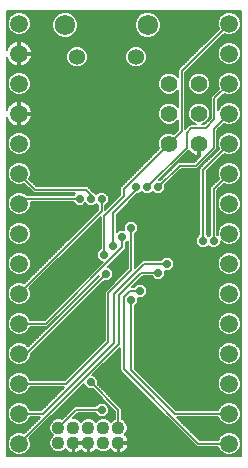
<source format=gbl>
G75*
%MOIN*%
%OFA0B0*%
%FSLAX25Y25*%
%IPPOS*%
%LPD*%
%AMOC8*
5,1,8,0,0,1.08239X$1,22.5*
%
%ADD10C,0.05346*%
%ADD11C,0.06791*%
%ADD12C,0.04362*%
%ADD13C,0.05543*%
%ADD14C,0.05937*%
%ADD15C,0.00600*%
%ADD16C,0.02900*%
D10*
X0029357Y0139370D03*
X0049043Y0139370D03*
D11*
X0052980Y0150000D03*
X0025420Y0150000D03*
D12*
X0023200Y0015700D03*
X0023200Y0010700D03*
X0028200Y0010700D03*
X0028200Y0015700D03*
X0033200Y0015700D03*
X0033200Y0010700D03*
X0038200Y0010700D03*
X0038200Y0015700D03*
X0043200Y0015700D03*
X0043200Y0010700D03*
D13*
X0060100Y0110400D03*
X0060100Y0120400D03*
X0060100Y0130400D03*
X0070100Y0130400D03*
X0070100Y0120400D03*
X0070100Y0110400D03*
D14*
X0080100Y0110400D03*
X0080100Y0100400D03*
X0080100Y0090400D03*
X0080100Y0080400D03*
X0080100Y0070400D03*
X0080100Y0060400D03*
X0080100Y0050400D03*
X0080100Y0040400D03*
X0080100Y0030400D03*
X0080100Y0020400D03*
X0080100Y0010400D03*
X0080100Y0120400D03*
X0080100Y0130400D03*
X0080100Y0140400D03*
X0080100Y0150400D03*
X0010100Y0150400D03*
X0010100Y0140400D03*
X0010100Y0130400D03*
X0010100Y0120400D03*
X0010100Y0110400D03*
X0010100Y0100400D03*
X0010100Y0090400D03*
X0010100Y0080400D03*
X0010100Y0070400D03*
X0010100Y0060400D03*
X0010100Y0050400D03*
X0010100Y0040400D03*
X0010100Y0030400D03*
X0010100Y0020400D03*
X0010100Y0010400D03*
D15*
X0006000Y0006300D02*
X0006000Y0119205D01*
X0006144Y0118761D01*
X0006449Y0118163D01*
X0006844Y0117619D01*
X0007319Y0117144D01*
X0007863Y0116749D01*
X0008461Y0116444D01*
X0009100Y0116237D01*
X0009764Y0116131D01*
X0009800Y0116131D01*
X0009800Y0120100D01*
X0010400Y0120100D01*
X0010400Y0120700D01*
X0009800Y0120700D01*
X0009800Y0124668D01*
X0009764Y0124668D01*
X0009100Y0124563D01*
X0008461Y0124356D01*
X0007863Y0124051D01*
X0007319Y0123656D01*
X0006844Y0123181D01*
X0006449Y0122637D01*
X0006144Y0122039D01*
X0006000Y0121595D01*
X0006000Y0139205D01*
X0006144Y0138761D01*
X0006449Y0138163D01*
X0006844Y0137619D01*
X0007319Y0137144D01*
X0007863Y0136749D01*
X0008461Y0136444D01*
X0009100Y0136237D01*
X0009764Y0136131D01*
X0009800Y0136131D01*
X0009800Y0140100D01*
X0010400Y0140100D01*
X0010400Y0140700D01*
X0009800Y0140700D01*
X0009800Y0144668D01*
X0009764Y0144668D01*
X0009100Y0144563D01*
X0008461Y0144356D01*
X0007863Y0144051D01*
X0007319Y0143656D01*
X0006844Y0143181D01*
X0006449Y0142637D01*
X0006144Y0142039D01*
X0006000Y0141595D01*
X0006000Y0154461D01*
X0084101Y0154461D01*
X0084199Y0006300D01*
X0006000Y0006300D01*
X0006000Y0006597D02*
X0009172Y0006597D01*
X0009330Y0006531D02*
X0010869Y0006531D01*
X0012291Y0007120D01*
X0013380Y0008209D01*
X0013968Y0009630D01*
X0013968Y0011169D01*
X0013558Y0012161D01*
X0031650Y0030253D01*
X0031650Y0029827D01*
X0033027Y0028450D01*
X0034653Y0028450D01*
X0042000Y0021103D01*
X0042000Y0018538D01*
X0041455Y0018312D01*
X0040700Y0017557D01*
X0039945Y0018312D01*
X0038813Y0018781D01*
X0037587Y0018781D01*
X0036455Y0018312D01*
X0035700Y0017557D01*
X0034945Y0018312D01*
X0033813Y0018781D01*
X0032587Y0018781D01*
X0031455Y0018312D01*
X0030700Y0017557D01*
X0029945Y0018312D01*
X0028813Y0018781D01*
X0027978Y0018781D01*
X0029697Y0020500D01*
X0035477Y0020500D01*
X0036627Y0019350D01*
X0038573Y0019350D01*
X0039950Y0020727D01*
X0039950Y0022673D01*
X0038573Y0024050D01*
X0036627Y0024050D01*
X0035477Y0022900D01*
X0028703Y0022900D01*
X0028000Y0022197D01*
X0024358Y0018555D01*
X0023813Y0018781D01*
X0022587Y0018781D01*
X0021455Y0018312D01*
X0020588Y0017445D01*
X0020119Y0016313D01*
X0020119Y0015087D01*
X0020588Y0013955D01*
X0021343Y0013200D01*
X0020588Y0012445D01*
X0020119Y0011313D01*
X0020119Y0010087D01*
X0020588Y0008955D01*
X0021455Y0008088D01*
X0022587Y0007619D01*
X0023813Y0007619D01*
X0024945Y0008088D01*
X0025433Y0008576D01*
X0025496Y0008481D01*
X0025981Y0007996D01*
X0026551Y0007615D01*
X0027185Y0007353D01*
X0027857Y0007219D01*
X0027909Y0007219D01*
X0027909Y0010409D01*
X0028491Y0010409D01*
X0028491Y0010991D01*
X0031681Y0010991D01*
X0032909Y0010991D01*
X0032909Y0010409D01*
X0033491Y0010409D01*
X0033491Y0007219D01*
X0033543Y0007219D01*
X0034215Y0007353D01*
X0034849Y0007615D01*
X0035419Y0007996D01*
X0035904Y0008481D01*
X0035967Y0008576D01*
X0036455Y0008088D01*
X0037587Y0007619D01*
X0038813Y0007619D01*
X0039945Y0008088D01*
X0040433Y0008576D01*
X0040496Y0008481D01*
X0040981Y0007996D01*
X0041551Y0007615D01*
X0042185Y0007353D01*
X0042857Y0007219D01*
X0042909Y0007219D01*
X0042909Y0010409D01*
X0043491Y0010409D01*
X0043491Y0010991D01*
X0046681Y0010991D01*
X0046681Y0011043D01*
X0046547Y0011715D01*
X0046285Y0012349D01*
X0045904Y0012919D01*
X0045419Y0013404D01*
X0045324Y0013467D01*
X0045812Y0013955D01*
X0046281Y0015087D01*
X0046281Y0016313D01*
X0045812Y0017445D01*
X0044945Y0018312D01*
X0044400Y0018538D01*
X0044400Y0022097D01*
X0036350Y0030147D01*
X0036350Y0031773D01*
X0034973Y0033150D01*
X0034547Y0033150D01*
X0043700Y0042303D01*
X0043700Y0034803D01*
X0044403Y0034100D01*
X0069303Y0009200D01*
X0076410Y0009200D01*
X0076820Y0008209D01*
X0077909Y0007120D01*
X0079330Y0006531D01*
X0080869Y0006531D01*
X0082291Y0007120D01*
X0083380Y0008209D01*
X0083968Y0009630D01*
X0083968Y0011169D01*
X0083380Y0012591D01*
X0082291Y0013680D01*
X0080869Y0014268D01*
X0079330Y0014268D01*
X0077909Y0013680D01*
X0076820Y0012591D01*
X0076410Y0011600D01*
X0070297Y0011600D01*
X0062697Y0019200D01*
X0076410Y0019200D01*
X0076820Y0018209D01*
X0077909Y0017120D01*
X0079330Y0016531D01*
X0080869Y0016531D01*
X0082291Y0017120D01*
X0083380Y0018209D01*
X0083968Y0019630D01*
X0083968Y0021169D01*
X0083380Y0022591D01*
X0082291Y0023680D01*
X0080869Y0024268D01*
X0079330Y0024268D01*
X0077909Y0023680D01*
X0076820Y0022591D01*
X0076410Y0021600D01*
X0062397Y0021600D01*
X0048700Y0035297D01*
X0048700Y0056277D01*
X0049850Y0057427D01*
X0049850Y0059050D01*
X0051473Y0059050D01*
X0052850Y0060427D01*
X0052850Y0062373D01*
X0051473Y0063750D01*
X0049527Y0063750D01*
X0048377Y0062600D01*
X0047697Y0062600D01*
X0051297Y0066200D01*
X0054377Y0066200D01*
X0055527Y0065050D01*
X0057473Y0065050D01*
X0058850Y0066427D01*
X0058850Y0068050D01*
X0060473Y0068050D01*
X0061850Y0069427D01*
X0061850Y0071373D01*
X0060473Y0072750D01*
X0058527Y0072750D01*
X0057377Y0071600D01*
X0051303Y0071600D01*
X0050600Y0070897D01*
X0048700Y0068997D01*
X0048700Y0080277D01*
X0049850Y0081427D01*
X0049850Y0083373D01*
X0048473Y0084750D01*
X0046527Y0084750D01*
X0045150Y0083373D01*
X0045150Y0081750D01*
X0043527Y0081750D01*
X0042700Y0080923D01*
X0042700Y0086703D01*
X0049547Y0093550D01*
X0050173Y0093550D01*
X0051000Y0094377D01*
X0051827Y0093550D01*
X0053773Y0093550D01*
X0054600Y0094377D01*
X0055427Y0093550D01*
X0057373Y0093550D01*
X0058750Y0094927D01*
X0058750Y0096553D01*
X0064097Y0101900D01*
X0069497Y0101900D01*
X0076200Y0108603D01*
X0076200Y0114803D01*
X0078339Y0116942D01*
X0079330Y0116531D01*
X0080869Y0116531D01*
X0082291Y0117120D01*
X0083380Y0118209D01*
X0083968Y0119630D01*
X0083968Y0121169D01*
X0083380Y0122591D01*
X0082291Y0123680D01*
X0080869Y0124268D01*
X0079330Y0124268D01*
X0077909Y0123680D01*
X0076820Y0122591D01*
X0076400Y0121576D01*
X0076400Y0125003D01*
X0078339Y0126942D01*
X0079330Y0126531D01*
X0080869Y0126531D01*
X0082291Y0127120D01*
X0083380Y0128209D01*
X0083968Y0129630D01*
X0083968Y0131169D01*
X0083380Y0132591D01*
X0082291Y0133680D01*
X0080869Y0134268D01*
X0079330Y0134268D01*
X0077909Y0133680D01*
X0076820Y0132591D01*
X0076231Y0131169D01*
X0076231Y0129630D01*
X0076642Y0128639D01*
X0074000Y0125997D01*
X0074000Y0118997D01*
X0071803Y0116800D01*
X0071003Y0116800D01*
X0072180Y0117287D01*
X0073213Y0118320D01*
X0073772Y0119670D01*
X0073772Y0121130D01*
X0073213Y0122480D01*
X0072180Y0123513D01*
X0070830Y0124072D01*
X0069370Y0124072D01*
X0068020Y0123513D01*
X0066987Y0122480D01*
X0066428Y0121130D01*
X0066428Y0119670D01*
X0066987Y0118320D01*
X0068020Y0117287D01*
X0069197Y0116800D01*
X0067003Y0116800D01*
X0065500Y0115297D01*
X0065500Y0134103D01*
X0078339Y0146942D01*
X0079330Y0146531D01*
X0080869Y0146531D01*
X0082291Y0147120D01*
X0083380Y0148209D01*
X0083968Y0149630D01*
X0083968Y0151169D01*
X0083380Y0152591D01*
X0082291Y0153680D01*
X0080869Y0154268D01*
X0079330Y0154268D01*
X0077909Y0153680D01*
X0076820Y0152591D01*
X0076231Y0151169D01*
X0076231Y0149630D01*
X0076642Y0148639D01*
X0063803Y0135800D01*
X0063100Y0135097D01*
X0063100Y0132592D01*
X0062180Y0133513D01*
X0060830Y0134072D01*
X0059370Y0134072D01*
X0058020Y0133513D01*
X0056987Y0132480D01*
X0056428Y0131130D01*
X0056428Y0129670D01*
X0056987Y0128320D01*
X0058020Y0127287D01*
X0059370Y0126728D01*
X0060830Y0126728D01*
X0062180Y0127287D01*
X0063100Y0128208D01*
X0063100Y0122592D01*
X0062180Y0123513D01*
X0060830Y0124072D01*
X0059370Y0124072D01*
X0058020Y0123513D01*
X0056987Y0122480D01*
X0056428Y0121130D01*
X0056428Y0119670D01*
X0056987Y0118320D01*
X0058020Y0117287D01*
X0059370Y0116728D01*
X0060830Y0116728D01*
X0062180Y0117287D01*
X0063100Y0118208D01*
X0063100Y0115097D01*
X0061710Y0113707D01*
X0060830Y0114072D01*
X0059370Y0114072D01*
X0058020Y0113513D01*
X0056987Y0112480D01*
X0056428Y0111130D01*
X0056428Y0109670D01*
X0056793Y0108790D01*
X0043800Y0095797D01*
X0043800Y0093297D01*
X0038800Y0088297D01*
X0038800Y0089777D01*
X0039950Y0090927D01*
X0039950Y0092873D01*
X0038573Y0094250D01*
X0036627Y0094250D01*
X0035850Y0093473D01*
X0034973Y0094350D01*
X0034747Y0094350D01*
X0034497Y0094600D01*
X0032897Y0096200D01*
X0015997Y0096200D01*
X0013558Y0098639D01*
X0013968Y0099630D01*
X0013968Y0101169D01*
X0013380Y0102591D01*
X0012291Y0103680D01*
X0010869Y0104268D01*
X0009330Y0104268D01*
X0007909Y0103680D01*
X0006820Y0102591D01*
X0006231Y0101169D01*
X0006231Y0099630D01*
X0006820Y0098209D01*
X0007909Y0097120D01*
X0009330Y0096531D01*
X0010869Y0096531D01*
X0011861Y0096942D01*
X0014300Y0094503D01*
X0015003Y0093800D01*
X0028677Y0093800D01*
X0028177Y0093300D01*
X0012671Y0093300D01*
X0012291Y0093680D01*
X0010869Y0094268D01*
X0009330Y0094268D01*
X0007909Y0093680D01*
X0006820Y0092591D01*
X0006231Y0091169D01*
X0006231Y0089630D01*
X0006820Y0088209D01*
X0007909Y0087120D01*
X0009330Y0086531D01*
X0010869Y0086531D01*
X0012291Y0087120D01*
X0013380Y0088209D01*
X0013968Y0089630D01*
X0013968Y0090900D01*
X0028177Y0090900D01*
X0029327Y0089750D01*
X0031273Y0089750D01*
X0032100Y0090577D01*
X0033027Y0089650D01*
X0034973Y0089650D01*
X0035750Y0090427D01*
X0036400Y0089777D01*
X0036400Y0088397D01*
X0011861Y0063858D01*
X0010869Y0064268D01*
X0009330Y0064268D01*
X0007909Y0063680D01*
X0006820Y0062591D01*
X0006231Y0061169D01*
X0006231Y0059630D01*
X0006820Y0058209D01*
X0007909Y0057120D01*
X0009330Y0056531D01*
X0010869Y0056531D01*
X0012291Y0057120D01*
X0013380Y0058209D01*
X0013968Y0059630D01*
X0013968Y0061169D01*
X0013558Y0062161D01*
X0037300Y0085903D01*
X0037300Y0075523D01*
X0036150Y0074373D01*
X0036150Y0072427D01*
X0037527Y0071050D01*
X0038053Y0071050D01*
X0018603Y0051600D01*
X0013790Y0051600D01*
X0013380Y0052591D01*
X0012291Y0053680D01*
X0010869Y0054268D01*
X0009330Y0054268D01*
X0007909Y0053680D01*
X0006820Y0052591D01*
X0006231Y0051169D01*
X0006231Y0049630D01*
X0006820Y0048209D01*
X0007909Y0047120D01*
X0009330Y0046531D01*
X0010869Y0046531D01*
X0012291Y0047120D01*
X0013380Y0048209D01*
X0013790Y0049200D01*
X0019597Y0049200D01*
X0036650Y0066253D01*
X0036650Y0066247D01*
X0013187Y0042784D01*
X0012291Y0043680D01*
X0010869Y0044268D01*
X0009330Y0044268D01*
X0007909Y0043680D01*
X0006820Y0042591D01*
X0006231Y0041169D01*
X0006231Y0039630D01*
X0006820Y0038209D01*
X0007909Y0037120D01*
X0009330Y0036531D01*
X0010869Y0036531D01*
X0012291Y0037120D01*
X0013380Y0038209D01*
X0013968Y0039630D01*
X0013968Y0040171D01*
X0038347Y0064550D01*
X0039973Y0064550D01*
X0041350Y0065927D01*
X0041350Y0067873D01*
X0039973Y0069250D01*
X0039647Y0069250D01*
X0044997Y0074600D01*
X0045700Y0075303D01*
X0045700Y0077277D01*
X0046300Y0077877D01*
X0046300Y0068797D01*
X0038600Y0061097D01*
X0038600Y0044897D01*
X0025303Y0031600D01*
X0013790Y0031600D01*
X0013380Y0032591D01*
X0012291Y0033680D01*
X0010869Y0034268D01*
X0009330Y0034268D01*
X0007909Y0033680D01*
X0006820Y0032591D01*
X0006231Y0031169D01*
X0006231Y0029630D01*
X0006820Y0028209D01*
X0007909Y0027120D01*
X0009330Y0026531D01*
X0010869Y0026531D01*
X0012291Y0027120D01*
X0013380Y0028209D01*
X0013790Y0029200D01*
X0025103Y0029200D01*
X0017503Y0021600D01*
X0013790Y0021600D01*
X0013380Y0022591D01*
X0012291Y0023680D01*
X0010869Y0024268D01*
X0009330Y0024268D01*
X0007909Y0023680D01*
X0006820Y0022591D01*
X0006231Y0021169D01*
X0006231Y0019630D01*
X0006820Y0018209D01*
X0007909Y0017120D01*
X0009330Y0016531D01*
X0010869Y0016531D01*
X0012291Y0017120D01*
X0013380Y0018209D01*
X0013790Y0019200D01*
X0017203Y0019200D01*
X0011861Y0013858D01*
X0010869Y0014268D01*
X0009330Y0014268D01*
X0007909Y0013680D01*
X0006820Y0012591D01*
X0006231Y0011169D01*
X0006231Y0009630D01*
X0006820Y0008209D01*
X0007909Y0007120D01*
X0009330Y0006531D01*
X0007834Y0007196D02*
X0006000Y0007196D01*
X0006000Y0007794D02*
X0007235Y0007794D01*
X0006744Y0008393D02*
X0006000Y0008393D01*
X0006000Y0008991D02*
X0006496Y0008991D01*
X0006248Y0009590D02*
X0006000Y0009590D01*
X0006000Y0010188D02*
X0006231Y0010188D01*
X0006231Y0010787D02*
X0006000Y0010787D01*
X0006000Y0011385D02*
X0006321Y0011385D01*
X0006569Y0011984D02*
X0006000Y0011984D01*
X0006000Y0012582D02*
X0006817Y0012582D01*
X0007410Y0013181D02*
X0006000Y0013181D01*
X0006000Y0013779D02*
X0008149Y0013779D01*
X0006000Y0014378D02*
X0012381Y0014378D01*
X0012979Y0014976D02*
X0006000Y0014976D01*
X0006000Y0015575D02*
X0013578Y0015575D01*
X0014176Y0016173D02*
X0006000Y0016173D01*
X0006000Y0016772D02*
X0008751Y0016772D01*
X0007659Y0017370D02*
X0006000Y0017370D01*
X0006000Y0017969D02*
X0007060Y0017969D01*
X0006672Y0018567D02*
X0006000Y0018567D01*
X0006000Y0019166D02*
X0006424Y0019166D01*
X0006231Y0019764D02*
X0006000Y0019764D01*
X0006000Y0020363D02*
X0006231Y0020363D01*
X0006231Y0020961D02*
X0006000Y0020961D01*
X0006000Y0021560D02*
X0006393Y0021560D01*
X0006641Y0022158D02*
X0006000Y0022158D01*
X0006000Y0022757D02*
X0006986Y0022757D01*
X0007584Y0023355D02*
X0006000Y0023355D01*
X0006000Y0023954D02*
X0008571Y0023954D01*
X0008329Y0026946D02*
X0006000Y0026946D01*
X0006000Y0026348D02*
X0022251Y0026348D01*
X0022849Y0026946D02*
X0011871Y0026946D01*
X0012716Y0027545D02*
X0023448Y0027545D01*
X0024046Y0028143D02*
X0013314Y0028143D01*
X0013600Y0028742D02*
X0024645Y0028742D01*
X0025800Y0030400D02*
X0039800Y0044400D01*
X0039800Y0060600D01*
X0047500Y0068300D01*
X0047500Y0082400D01*
X0048700Y0080214D02*
X0070200Y0080214D01*
X0070200Y0080123D02*
X0069050Y0078973D01*
X0069050Y0077027D01*
X0070427Y0075650D01*
X0072373Y0075650D01*
X0073100Y0076377D01*
X0073927Y0075550D01*
X0075873Y0075550D01*
X0077250Y0076927D01*
X0077250Y0077779D01*
X0077909Y0077120D01*
X0079330Y0076531D01*
X0080869Y0076531D01*
X0082291Y0077120D01*
X0083380Y0078209D01*
X0083968Y0079630D01*
X0083968Y0081169D01*
X0083380Y0082591D01*
X0082291Y0083680D01*
X0080869Y0084268D01*
X0079330Y0084268D01*
X0077909Y0083680D01*
X0076820Y0082591D01*
X0076231Y0081169D01*
X0076231Y0079892D01*
X0076112Y0080011D01*
X0076197Y0094800D01*
X0078339Y0096942D01*
X0079330Y0096531D01*
X0080869Y0096531D01*
X0082291Y0097120D01*
X0083380Y0098209D01*
X0083968Y0099630D01*
X0083968Y0101169D01*
X0083380Y0102591D01*
X0082291Y0103680D01*
X0080869Y0104268D01*
X0079330Y0104268D01*
X0077909Y0103680D01*
X0076820Y0102591D01*
X0076231Y0101169D01*
X0076231Y0099630D01*
X0076642Y0098639D01*
X0074154Y0096151D01*
X0073803Y0095804D01*
X0073803Y0095800D01*
X0073800Y0095797D01*
X0073800Y0095303D01*
X0073712Y0080036D01*
X0073200Y0079523D01*
X0072600Y0080123D01*
X0072600Y0101203D01*
X0078339Y0106942D01*
X0079330Y0106531D01*
X0080869Y0106531D01*
X0082291Y0107120D01*
X0083380Y0108209D01*
X0083968Y0109630D01*
X0083968Y0111169D01*
X0083380Y0112591D01*
X0082291Y0113680D01*
X0080869Y0114268D01*
X0079330Y0114268D01*
X0077909Y0113680D01*
X0076820Y0112591D01*
X0076231Y0111169D01*
X0076231Y0109630D01*
X0076642Y0108639D01*
X0070200Y0102197D01*
X0070200Y0080123D01*
X0070200Y0080812D02*
X0049236Y0080812D01*
X0049834Y0081411D02*
X0070200Y0081411D01*
X0070200Y0082009D02*
X0049850Y0082009D01*
X0049850Y0082608D02*
X0070200Y0082608D01*
X0070200Y0083206D02*
X0049850Y0083206D01*
X0049418Y0083805D02*
X0070200Y0083805D01*
X0070200Y0084403D02*
X0048820Y0084403D01*
X0046180Y0084403D02*
X0042700Y0084403D01*
X0042700Y0083805D02*
X0045582Y0083805D01*
X0045150Y0083206D02*
X0042700Y0083206D01*
X0042700Y0082608D02*
X0045150Y0082608D01*
X0045150Y0082009D02*
X0042700Y0082009D01*
X0042700Y0081411D02*
X0043188Y0081411D01*
X0044500Y0079400D02*
X0044500Y0075800D01*
X0019100Y0050400D01*
X0010100Y0050400D01*
X0008391Y0053879D02*
X0006000Y0053879D01*
X0006000Y0053281D02*
X0007510Y0053281D01*
X0006912Y0052682D02*
X0006000Y0052682D01*
X0006000Y0052084D02*
X0006610Y0052084D01*
X0006362Y0051485D02*
X0006000Y0051485D01*
X0006000Y0050887D02*
X0006231Y0050887D01*
X0006231Y0050288D02*
X0006000Y0050288D01*
X0006000Y0049690D02*
X0006231Y0049690D01*
X0006455Y0049091D02*
X0006000Y0049091D01*
X0006000Y0048493D02*
X0006703Y0048493D01*
X0007135Y0047894D02*
X0006000Y0047894D01*
X0006000Y0047296D02*
X0007733Y0047296D01*
X0008930Y0046697D02*
X0006000Y0046697D01*
X0006000Y0046099D02*
X0016502Y0046099D01*
X0017100Y0046697D02*
X0011270Y0046697D01*
X0012467Y0047296D02*
X0017699Y0047296D01*
X0018297Y0047894D02*
X0013065Y0047894D01*
X0013497Y0048493D02*
X0018896Y0048493D01*
X0019494Y0049091D02*
X0013745Y0049091D01*
X0013590Y0052084D02*
X0019087Y0052084D01*
X0019685Y0052682D02*
X0013288Y0052682D01*
X0012690Y0053281D02*
X0020284Y0053281D01*
X0020882Y0053879D02*
X0011809Y0053879D01*
X0011691Y0056872D02*
X0023875Y0056872D01*
X0024473Y0057470D02*
X0012641Y0057470D01*
X0013240Y0058069D02*
X0025072Y0058069D01*
X0025670Y0058668D02*
X0013570Y0058668D01*
X0013818Y0059266D02*
X0026269Y0059266D01*
X0026867Y0059865D02*
X0013968Y0059865D01*
X0013968Y0060463D02*
X0027466Y0060463D01*
X0028065Y0061062D02*
X0013968Y0061062D01*
X0013765Y0061660D02*
X0028663Y0061660D01*
X0029262Y0062259D02*
X0013656Y0062259D01*
X0014254Y0062857D02*
X0029860Y0062857D01*
X0030459Y0063456D02*
X0014853Y0063456D01*
X0015451Y0064054D02*
X0031057Y0064054D01*
X0031656Y0064653D02*
X0016050Y0064653D01*
X0016648Y0065251D02*
X0032254Y0065251D01*
X0032853Y0065850D02*
X0017247Y0065850D01*
X0017845Y0066448D02*
X0033451Y0066448D01*
X0034050Y0067047D02*
X0018444Y0067047D01*
X0019042Y0067645D02*
X0034648Y0067645D01*
X0035247Y0068244D02*
X0019641Y0068244D01*
X0020239Y0068842D02*
X0035845Y0068842D01*
X0036444Y0069441D02*
X0020838Y0069441D01*
X0021436Y0070039D02*
X0037042Y0070039D01*
X0037641Y0070638D02*
X0022035Y0070638D01*
X0022633Y0071236D02*
X0037340Y0071236D01*
X0036742Y0071835D02*
X0023232Y0071835D01*
X0023830Y0072433D02*
X0036150Y0072433D01*
X0036150Y0073032D02*
X0024429Y0073032D01*
X0025027Y0073630D02*
X0036150Y0073630D01*
X0036150Y0074229D02*
X0025626Y0074229D01*
X0026224Y0074827D02*
X0036604Y0074827D01*
X0037202Y0075426D02*
X0026823Y0075426D01*
X0027421Y0076024D02*
X0037300Y0076024D01*
X0037300Y0076623D02*
X0028020Y0076623D01*
X0028618Y0077221D02*
X0037300Y0077221D01*
X0037300Y0077820D02*
X0029217Y0077820D01*
X0029815Y0078418D02*
X0037300Y0078418D01*
X0037300Y0079017D02*
X0030414Y0079017D01*
X0031012Y0079615D02*
X0037300Y0079615D01*
X0037300Y0080214D02*
X0031611Y0080214D01*
X0032209Y0080812D02*
X0037300Y0080812D01*
X0037300Y0081411D02*
X0032808Y0081411D01*
X0033406Y0082009D02*
X0037300Y0082009D01*
X0037300Y0082608D02*
X0034005Y0082608D01*
X0034604Y0083206D02*
X0037300Y0083206D01*
X0037300Y0083805D02*
X0035202Y0083805D01*
X0035801Y0084403D02*
X0037300Y0084403D01*
X0037300Y0085002D02*
X0036399Y0085002D01*
X0036998Y0085601D02*
X0037300Y0085601D01*
X0038500Y0086300D02*
X0045000Y0092800D01*
X0045000Y0095300D01*
X0060100Y0110400D01*
X0064300Y0114600D01*
X0064300Y0134600D01*
X0080100Y0150400D01*
X0081152Y0146649D02*
X0084106Y0146649D01*
X0084105Y0147247D02*
X0082418Y0147247D01*
X0083017Y0147846D02*
X0084105Y0147846D01*
X0084105Y0148444D02*
X0083477Y0148444D01*
X0083725Y0149043D02*
X0084104Y0149043D01*
X0084104Y0149641D02*
X0083968Y0149641D01*
X0083968Y0150240D02*
X0084103Y0150240D01*
X0084103Y0150838D02*
X0083968Y0150838D01*
X0083858Y0151437D02*
X0084103Y0151437D01*
X0084102Y0152035D02*
X0083610Y0152035D01*
X0083337Y0152634D02*
X0084102Y0152634D01*
X0084101Y0153232D02*
X0082739Y0153232D01*
X0081926Y0153831D02*
X0084101Y0153831D01*
X0084101Y0154429D02*
X0006000Y0154429D01*
X0006000Y0153831D02*
X0008274Y0153831D01*
X0007909Y0153680D02*
X0006820Y0152591D01*
X0006231Y0151169D01*
X0006231Y0149630D01*
X0006820Y0148209D01*
X0007909Y0147120D01*
X0009330Y0146531D01*
X0010869Y0146531D01*
X0012291Y0147120D01*
X0013380Y0148209D01*
X0013968Y0149630D01*
X0013968Y0151169D01*
X0013380Y0152591D01*
X0012291Y0153680D01*
X0010869Y0154268D01*
X0009330Y0154268D01*
X0007909Y0153680D01*
X0007461Y0153232D02*
X0006000Y0153232D01*
X0006000Y0152634D02*
X0006863Y0152634D01*
X0006590Y0152035D02*
X0006000Y0152035D01*
X0006000Y0151437D02*
X0006342Y0151437D01*
X0006231Y0150838D02*
X0006000Y0150838D01*
X0006000Y0150240D02*
X0006231Y0150240D01*
X0006231Y0149641D02*
X0006000Y0149641D01*
X0006000Y0149043D02*
X0006475Y0149043D01*
X0006723Y0148444D02*
X0006000Y0148444D01*
X0006000Y0147846D02*
X0007183Y0147846D01*
X0007782Y0147247D02*
X0006000Y0147247D01*
X0006000Y0146649D02*
X0009048Y0146649D01*
X0009800Y0144255D02*
X0010400Y0144255D01*
X0010400Y0144668D02*
X0010400Y0140700D01*
X0014368Y0140700D01*
X0014368Y0140736D01*
X0014263Y0141400D01*
X0014056Y0142039D01*
X0013751Y0142637D01*
X0013356Y0143181D01*
X0012881Y0143656D01*
X0012337Y0144051D01*
X0011739Y0144356D01*
X0011100Y0144563D01*
X0010436Y0144668D01*
X0010400Y0144668D01*
X0010400Y0143656D02*
X0009800Y0143656D01*
X0009800Y0143058D02*
X0010400Y0143058D01*
X0010400Y0142459D02*
X0009800Y0142459D01*
X0009800Y0141861D02*
X0010400Y0141861D01*
X0010400Y0141262D02*
X0009800Y0141262D01*
X0010400Y0140664D02*
X0026026Y0140664D01*
X0025784Y0140081D02*
X0025784Y0138659D01*
X0026328Y0137346D01*
X0027333Y0136341D01*
X0028647Y0135797D01*
X0030068Y0135797D01*
X0031382Y0136341D01*
X0032387Y0137346D01*
X0032931Y0138659D01*
X0032931Y0140081D01*
X0032387Y0141394D01*
X0031382Y0142399D01*
X0030068Y0142943D01*
X0028647Y0142943D01*
X0027333Y0142399D01*
X0026328Y0141394D01*
X0025784Y0140081D01*
X0025784Y0140065D02*
X0014368Y0140065D01*
X0014368Y0140064D02*
X0014368Y0140100D01*
X0010400Y0140100D01*
X0010400Y0136131D01*
X0010436Y0136131D01*
X0011100Y0136237D01*
X0011739Y0136444D01*
X0012337Y0136749D01*
X0012881Y0137144D01*
X0013356Y0137619D01*
X0013751Y0138163D01*
X0014056Y0138761D01*
X0014263Y0139400D01*
X0014368Y0140064D01*
X0014274Y0139467D02*
X0025784Y0139467D01*
X0025784Y0138868D02*
X0014090Y0138868D01*
X0013805Y0138270D02*
X0025946Y0138270D01*
X0026194Y0137671D02*
X0013393Y0137671D01*
X0012782Y0137072D02*
X0026602Y0137072D01*
X0027200Y0136474D02*
X0011797Y0136474D01*
X0011325Y0134080D02*
X0063100Y0134080D01*
X0063100Y0134678D02*
X0006000Y0134678D01*
X0006000Y0134080D02*
X0008875Y0134080D01*
X0009330Y0134268D02*
X0007909Y0133680D01*
X0006820Y0132591D01*
X0006231Y0131169D01*
X0006231Y0129630D01*
X0006820Y0128209D01*
X0007909Y0127120D01*
X0009330Y0126531D01*
X0010869Y0126531D01*
X0012291Y0127120D01*
X0013380Y0128209D01*
X0013968Y0129630D01*
X0013968Y0131169D01*
X0013380Y0132591D01*
X0012291Y0133680D01*
X0010869Y0134268D01*
X0009330Y0134268D01*
X0009800Y0136474D02*
X0010400Y0136474D01*
X0010400Y0137072D02*
X0009800Y0137072D01*
X0009800Y0137671D02*
X0010400Y0137671D01*
X0010400Y0138270D02*
X0009800Y0138270D01*
X0009800Y0138868D02*
X0010400Y0138868D01*
X0010400Y0139467D02*
X0009800Y0139467D01*
X0009800Y0140065D02*
X0010400Y0140065D01*
X0008403Y0136474D02*
X0006000Y0136474D01*
X0006000Y0137072D02*
X0007418Y0137072D01*
X0006807Y0137671D02*
X0006000Y0137671D01*
X0006000Y0138270D02*
X0006395Y0138270D01*
X0006110Y0138868D02*
X0006000Y0138868D01*
X0006000Y0135875D02*
X0028457Y0135875D01*
X0030258Y0135875D02*
X0048142Y0135875D01*
X0048332Y0135797D02*
X0049753Y0135797D01*
X0051067Y0136341D01*
X0052072Y0137346D01*
X0052616Y0138659D01*
X0052616Y0140081D01*
X0052072Y0141394D01*
X0051067Y0142399D01*
X0049753Y0142943D01*
X0048332Y0142943D01*
X0047018Y0142399D01*
X0046013Y0141394D01*
X0045469Y0140081D01*
X0045469Y0138659D01*
X0046013Y0137346D01*
X0047018Y0136341D01*
X0048332Y0135797D01*
X0046885Y0136474D02*
X0031515Y0136474D01*
X0032113Y0137072D02*
X0046287Y0137072D01*
X0045879Y0137671D02*
X0032521Y0137671D01*
X0032769Y0138270D02*
X0045631Y0138270D01*
X0045469Y0138868D02*
X0032931Y0138868D01*
X0032931Y0139467D02*
X0045469Y0139467D01*
X0045469Y0140065D02*
X0032931Y0140065D01*
X0032689Y0140664D02*
X0045711Y0140664D01*
X0045959Y0141262D02*
X0032441Y0141262D01*
X0031920Y0141861D02*
X0046480Y0141861D01*
X0047163Y0142459D02*
X0031237Y0142459D01*
X0027854Y0146358D02*
X0029062Y0147567D01*
X0029716Y0149146D01*
X0029716Y0150854D01*
X0029062Y0152433D01*
X0027854Y0153642D01*
X0026275Y0154296D01*
X0024566Y0154296D01*
X0022987Y0153642D01*
X0021779Y0152433D01*
X0021125Y0150854D01*
X0021125Y0149146D01*
X0021779Y0147567D01*
X0022987Y0146358D01*
X0024566Y0145704D01*
X0026275Y0145704D01*
X0027854Y0146358D01*
X0028144Y0146649D02*
X0050256Y0146649D01*
X0050546Y0146358D02*
X0052125Y0145704D01*
X0053834Y0145704D01*
X0055413Y0146358D01*
X0056621Y0147567D01*
X0057275Y0149146D01*
X0057275Y0150854D01*
X0056621Y0152433D01*
X0055413Y0153642D01*
X0053834Y0154296D01*
X0052125Y0154296D01*
X0050546Y0153642D01*
X0049338Y0152433D01*
X0048684Y0150854D01*
X0048684Y0149146D01*
X0049338Y0147567D01*
X0050546Y0146358D01*
X0051290Y0146050D02*
X0027110Y0146050D01*
X0028743Y0147247D02*
X0049657Y0147247D01*
X0049222Y0147846D02*
X0029178Y0147846D01*
X0029426Y0148444D02*
X0048974Y0148444D01*
X0048726Y0149043D02*
X0029674Y0149043D01*
X0029716Y0149641D02*
X0048684Y0149641D01*
X0048684Y0150240D02*
X0029716Y0150240D01*
X0029716Y0150838D02*
X0048684Y0150838D01*
X0048925Y0151437D02*
X0029475Y0151437D01*
X0029227Y0152035D02*
X0049173Y0152035D01*
X0049538Y0152634D02*
X0028862Y0152634D01*
X0028263Y0153232D02*
X0050137Y0153232D01*
X0051003Y0153831D02*
X0027397Y0153831D01*
X0023444Y0153831D02*
X0011926Y0153831D01*
X0012739Y0153232D02*
X0022578Y0153232D01*
X0021979Y0152634D02*
X0013337Y0152634D01*
X0013610Y0152035D02*
X0021614Y0152035D01*
X0021366Y0151437D02*
X0013858Y0151437D01*
X0013968Y0150838D02*
X0021125Y0150838D01*
X0021125Y0150240D02*
X0013968Y0150240D01*
X0013968Y0149641D02*
X0021125Y0149641D01*
X0021167Y0149043D02*
X0013725Y0149043D01*
X0013477Y0148444D02*
X0021415Y0148444D01*
X0021663Y0147846D02*
X0013017Y0147846D01*
X0012418Y0147247D02*
X0022098Y0147247D01*
X0022697Y0146649D02*
X0011152Y0146649D01*
X0011937Y0144255D02*
X0072258Y0144255D01*
X0072856Y0144853D02*
X0006000Y0144853D01*
X0006000Y0144255D02*
X0008263Y0144255D01*
X0007320Y0143656D02*
X0006000Y0143656D01*
X0006000Y0143058D02*
X0006755Y0143058D01*
X0006359Y0142459D02*
X0006000Y0142459D01*
X0006000Y0141861D02*
X0006086Y0141861D01*
X0006000Y0145452D02*
X0073455Y0145452D01*
X0074053Y0146050D02*
X0054669Y0146050D01*
X0055703Y0146649D02*
X0074652Y0146649D01*
X0075250Y0147247D02*
X0056302Y0147247D01*
X0056737Y0147846D02*
X0075849Y0147846D01*
X0076447Y0148444D02*
X0056985Y0148444D01*
X0057233Y0149043D02*
X0076475Y0149043D01*
X0076231Y0149641D02*
X0057275Y0149641D01*
X0057275Y0150240D02*
X0076231Y0150240D01*
X0076231Y0150838D02*
X0057275Y0150838D01*
X0057034Y0151437D02*
X0076342Y0151437D01*
X0076590Y0152035D02*
X0056786Y0152035D01*
X0056421Y0152634D02*
X0076863Y0152634D01*
X0077461Y0153232D02*
X0055822Y0153232D01*
X0054956Y0153831D02*
X0078274Y0153831D01*
X0078046Y0146649D02*
X0079048Y0146649D01*
X0079330Y0144268D02*
X0077909Y0143680D01*
X0076820Y0142591D01*
X0076231Y0141169D01*
X0076231Y0139630D01*
X0076820Y0138209D01*
X0077909Y0137120D01*
X0079330Y0136531D01*
X0080869Y0136531D01*
X0082291Y0137120D01*
X0083380Y0138209D01*
X0083968Y0139630D01*
X0083968Y0141169D01*
X0083380Y0142591D01*
X0082291Y0143680D01*
X0080869Y0144268D01*
X0079330Y0144268D01*
X0079297Y0144255D02*
X0075652Y0144255D01*
X0076250Y0144853D02*
X0084107Y0144853D01*
X0084107Y0144255D02*
X0080903Y0144255D01*
X0082315Y0143656D02*
X0084108Y0143656D01*
X0084108Y0143058D02*
X0082913Y0143058D01*
X0083434Y0142459D02*
X0084109Y0142459D01*
X0084109Y0141861D02*
X0083682Y0141861D01*
X0083930Y0141262D02*
X0084109Y0141262D01*
X0084110Y0140664D02*
X0083968Y0140664D01*
X0083968Y0140065D02*
X0084110Y0140065D01*
X0084111Y0139467D02*
X0083901Y0139467D01*
X0084111Y0138868D02*
X0083653Y0138868D01*
X0083405Y0138270D02*
X0084111Y0138270D01*
X0084112Y0137671D02*
X0082842Y0137671D01*
X0082176Y0137072D02*
X0084112Y0137072D01*
X0084113Y0136474D02*
X0067871Y0136474D01*
X0068470Y0137072D02*
X0078024Y0137072D01*
X0077358Y0137671D02*
X0069068Y0137671D01*
X0069667Y0138270D02*
X0076795Y0138270D01*
X0076547Y0138868D02*
X0070265Y0138868D01*
X0070864Y0139467D02*
X0076299Y0139467D01*
X0076231Y0140065D02*
X0071462Y0140065D01*
X0072061Y0140664D02*
X0076231Y0140664D01*
X0076270Y0141262D02*
X0072659Y0141262D01*
X0073258Y0141861D02*
X0076518Y0141861D01*
X0076766Y0142459D02*
X0073856Y0142459D01*
X0074455Y0143058D02*
X0077287Y0143058D01*
X0077885Y0143656D02*
X0075053Y0143656D01*
X0076849Y0145452D02*
X0084107Y0145452D01*
X0084106Y0146050D02*
X0077447Y0146050D01*
X0071659Y0143656D02*
X0012880Y0143656D01*
X0013445Y0143058D02*
X0071061Y0143058D01*
X0070462Y0142459D02*
X0050922Y0142459D01*
X0051605Y0141861D02*
X0069864Y0141861D01*
X0069265Y0141262D02*
X0052126Y0141262D01*
X0052374Y0140664D02*
X0068667Y0140664D01*
X0068068Y0140065D02*
X0052616Y0140065D01*
X0052616Y0139467D02*
X0067470Y0139467D01*
X0066871Y0138868D02*
X0052616Y0138868D01*
X0052454Y0138270D02*
X0066272Y0138270D01*
X0065674Y0137671D02*
X0052206Y0137671D01*
X0051798Y0137072D02*
X0065075Y0137072D01*
X0064477Y0136474D02*
X0051200Y0136474D01*
X0049943Y0135875D02*
X0063878Y0135875D01*
X0063280Y0135277D02*
X0006000Y0135277D01*
X0006000Y0133481D02*
X0007711Y0133481D01*
X0007112Y0132883D02*
X0006000Y0132883D01*
X0006000Y0132284D02*
X0006693Y0132284D01*
X0006445Y0131686D02*
X0006000Y0131686D01*
X0006000Y0131087D02*
X0006231Y0131087D01*
X0006231Y0130489D02*
X0006000Y0130489D01*
X0006000Y0129890D02*
X0006231Y0129890D01*
X0006372Y0129292D02*
X0006000Y0129292D01*
X0006000Y0128693D02*
X0006620Y0128693D01*
X0006934Y0128095D02*
X0006000Y0128095D01*
X0006000Y0127496D02*
X0007533Y0127496D01*
X0008446Y0126898D02*
X0006000Y0126898D01*
X0006000Y0126299D02*
X0063100Y0126299D01*
X0063100Y0125701D02*
X0006000Y0125701D01*
X0006000Y0125102D02*
X0063100Y0125102D01*
X0063100Y0124504D02*
X0011283Y0124504D01*
X0011100Y0124563D02*
X0010436Y0124668D01*
X0010400Y0124668D01*
X0010400Y0120700D01*
X0014368Y0120700D01*
X0014368Y0120736D01*
X0014263Y0121400D01*
X0014056Y0122039D01*
X0013751Y0122637D01*
X0013356Y0123181D01*
X0012881Y0123656D01*
X0012337Y0124051D01*
X0011739Y0124356D01*
X0011100Y0124563D01*
X0010400Y0124504D02*
X0009800Y0124504D01*
X0009800Y0123905D02*
X0010400Y0123905D01*
X0010400Y0123307D02*
X0009800Y0123307D01*
X0009800Y0122708D02*
X0010400Y0122708D01*
X0010400Y0122110D02*
X0009800Y0122110D01*
X0009800Y0121511D02*
X0010400Y0121511D01*
X0010400Y0120913D02*
X0009800Y0120913D01*
X0010400Y0120314D02*
X0056428Y0120314D01*
X0056428Y0119716D02*
X0014313Y0119716D01*
X0014263Y0119400D02*
X0014368Y0120064D01*
X0014368Y0120100D01*
X0010400Y0120100D01*
X0010400Y0116131D01*
X0010436Y0116131D01*
X0011100Y0116237D01*
X0011739Y0116444D01*
X0012337Y0116749D01*
X0012881Y0117144D01*
X0013356Y0117619D01*
X0013751Y0118163D01*
X0014056Y0118761D01*
X0014263Y0119400D01*
X0014171Y0119117D02*
X0056657Y0119117D01*
X0056905Y0118519D02*
X0013932Y0118519D01*
X0013574Y0117920D02*
X0057387Y0117920D01*
X0057986Y0117322D02*
X0013058Y0117322D01*
X0012286Y0116723D02*
X0063100Y0116723D01*
X0063100Y0116125D02*
X0006000Y0116125D01*
X0006000Y0116723D02*
X0007914Y0116723D01*
X0007142Y0117322D02*
X0006000Y0117322D01*
X0006000Y0117920D02*
X0006626Y0117920D01*
X0006268Y0118519D02*
X0006000Y0118519D01*
X0006000Y0119117D02*
X0006029Y0119117D01*
X0006000Y0122110D02*
X0006180Y0122110D01*
X0006000Y0122708D02*
X0006501Y0122708D01*
X0006970Y0123307D02*
X0006000Y0123307D01*
X0006000Y0123905D02*
X0007663Y0123905D01*
X0008917Y0124504D02*
X0006000Y0124504D01*
X0009800Y0119716D02*
X0010400Y0119716D01*
X0010400Y0119117D02*
X0009800Y0119117D01*
X0009800Y0118519D02*
X0010400Y0118519D01*
X0010400Y0117920D02*
X0009800Y0117920D01*
X0009800Y0117322D02*
X0010400Y0117322D01*
X0010400Y0116723D02*
X0009800Y0116723D01*
X0009330Y0114268D02*
X0007909Y0113680D01*
X0006820Y0112591D01*
X0006231Y0111169D01*
X0006231Y0109630D01*
X0006820Y0108209D01*
X0007909Y0107120D01*
X0009330Y0106531D01*
X0010869Y0106531D01*
X0012291Y0107120D01*
X0013380Y0108209D01*
X0013968Y0109630D01*
X0013968Y0111169D01*
X0013380Y0112591D01*
X0012291Y0113680D01*
X0010869Y0114268D01*
X0009330Y0114268D01*
X0008032Y0113731D02*
X0006000Y0113731D01*
X0006000Y0114329D02*
X0062332Y0114329D01*
X0061734Y0113731D02*
X0061654Y0113731D01*
X0062931Y0114928D02*
X0006000Y0114928D01*
X0006000Y0115526D02*
X0063100Y0115526D01*
X0063100Y0117322D02*
X0062214Y0117322D01*
X0062813Y0117920D02*
X0063100Y0117920D01*
X0065500Y0117920D02*
X0067387Y0117920D01*
X0066905Y0118519D02*
X0065500Y0118519D01*
X0065500Y0119117D02*
X0066657Y0119117D01*
X0066428Y0119716D02*
X0065500Y0119716D01*
X0065500Y0120314D02*
X0066428Y0120314D01*
X0066428Y0120913D02*
X0065500Y0120913D01*
X0065500Y0121511D02*
X0066586Y0121511D01*
X0066834Y0122110D02*
X0065500Y0122110D01*
X0065500Y0122708D02*
X0067216Y0122708D01*
X0067814Y0123307D02*
X0065500Y0123307D01*
X0065500Y0123905D02*
X0068968Y0123905D01*
X0071232Y0123905D02*
X0074000Y0123905D01*
X0074000Y0123307D02*
X0072386Y0123307D01*
X0072984Y0122708D02*
X0074000Y0122708D01*
X0074000Y0122110D02*
X0073366Y0122110D01*
X0073614Y0121511D02*
X0074000Y0121511D01*
X0074000Y0120913D02*
X0073772Y0120913D01*
X0073772Y0120314D02*
X0074000Y0120314D01*
X0074000Y0119716D02*
X0073772Y0119716D01*
X0074000Y0119117D02*
X0073543Y0119117D01*
X0073522Y0118519D02*
X0073295Y0118519D01*
X0072923Y0117920D02*
X0072813Y0117920D01*
X0072325Y0117322D02*
X0072214Y0117322D01*
X0072300Y0115600D02*
X0075200Y0118500D01*
X0075200Y0125500D01*
X0080100Y0130400D01*
X0078446Y0126898D02*
X0078295Y0126898D01*
X0077696Y0126299D02*
X0084119Y0126299D01*
X0084120Y0125701D02*
X0077098Y0125701D01*
X0076499Y0125102D02*
X0084120Y0125102D01*
X0084121Y0124504D02*
X0076400Y0124504D01*
X0076400Y0123905D02*
X0078454Y0123905D01*
X0077536Y0123307D02*
X0076400Y0123307D01*
X0076400Y0122708D02*
X0076937Y0122708D01*
X0076621Y0122110D02*
X0076400Y0122110D01*
X0074000Y0124504D02*
X0065500Y0124504D01*
X0065500Y0125102D02*
X0074000Y0125102D01*
X0074000Y0125701D02*
X0065500Y0125701D01*
X0065500Y0126299D02*
X0074302Y0126299D01*
X0074901Y0126898D02*
X0071239Y0126898D01*
X0070830Y0126728D02*
X0072180Y0127287D01*
X0073213Y0128320D01*
X0073772Y0129670D01*
X0073772Y0131130D01*
X0073213Y0132480D01*
X0072180Y0133513D01*
X0070830Y0134072D01*
X0069370Y0134072D01*
X0068020Y0133513D01*
X0066987Y0132480D01*
X0066428Y0131130D01*
X0066428Y0129670D01*
X0066987Y0128320D01*
X0068020Y0127287D01*
X0069370Y0126728D01*
X0070830Y0126728D01*
X0072389Y0127496D02*
X0075499Y0127496D01*
X0076098Y0128095D02*
X0072987Y0128095D01*
X0073367Y0128693D02*
X0076620Y0128693D01*
X0076372Y0129292D02*
X0073615Y0129292D01*
X0073772Y0129890D02*
X0076231Y0129890D01*
X0076231Y0130489D02*
X0073772Y0130489D01*
X0073772Y0131087D02*
X0076231Y0131087D01*
X0076445Y0131686D02*
X0073542Y0131686D01*
X0073294Y0132284D02*
X0076693Y0132284D01*
X0077112Y0132883D02*
X0072810Y0132883D01*
X0072211Y0133481D02*
X0077711Y0133481D01*
X0078875Y0134080D02*
X0065500Y0134080D01*
X0065500Y0133481D02*
X0067989Y0133481D01*
X0067390Y0132883D02*
X0065500Y0132883D01*
X0065500Y0132284D02*
X0066906Y0132284D01*
X0066658Y0131686D02*
X0065500Y0131686D01*
X0065500Y0131087D02*
X0066428Y0131087D01*
X0066428Y0130489D02*
X0065500Y0130489D01*
X0065500Y0129890D02*
X0066428Y0129890D01*
X0066585Y0129292D02*
X0065500Y0129292D01*
X0065500Y0128693D02*
X0066833Y0128693D01*
X0067213Y0128095D02*
X0065500Y0128095D01*
X0065500Y0127496D02*
X0067811Y0127496D01*
X0068961Y0126898D02*
X0065500Y0126898D01*
X0063100Y0126898D02*
X0061239Y0126898D01*
X0062389Y0127496D02*
X0063100Y0127496D01*
X0063100Y0128095D02*
X0062987Y0128095D01*
X0063100Y0123905D02*
X0061232Y0123905D01*
X0062386Y0123307D02*
X0063100Y0123307D01*
X0063100Y0122708D02*
X0062984Y0122708D01*
X0058968Y0123905D02*
X0012537Y0123905D01*
X0013230Y0123307D02*
X0057814Y0123307D01*
X0057216Y0122708D02*
X0013699Y0122708D01*
X0014020Y0122110D02*
X0056834Y0122110D01*
X0056586Y0121511D02*
X0014227Y0121511D01*
X0014341Y0120913D02*
X0056428Y0120913D01*
X0058961Y0126898D02*
X0011754Y0126898D01*
X0012667Y0127496D02*
X0057811Y0127496D01*
X0057213Y0128095D02*
X0013266Y0128095D01*
X0013580Y0128693D02*
X0056833Y0128693D01*
X0056585Y0129292D02*
X0013828Y0129292D01*
X0013968Y0129890D02*
X0056428Y0129890D01*
X0056428Y0130489D02*
X0013968Y0130489D01*
X0013968Y0131087D02*
X0056428Y0131087D01*
X0056658Y0131686D02*
X0013755Y0131686D01*
X0013507Y0132284D02*
X0056906Y0132284D01*
X0057390Y0132883D02*
X0013088Y0132883D01*
X0012489Y0133481D02*
X0057989Y0133481D01*
X0062211Y0133481D02*
X0063100Y0133481D01*
X0063100Y0132883D02*
X0062810Y0132883D01*
X0066075Y0134678D02*
X0084114Y0134678D01*
X0084114Y0134080D02*
X0081325Y0134080D01*
X0082489Y0133481D02*
X0084115Y0133481D01*
X0084115Y0132883D02*
X0083088Y0132883D01*
X0083507Y0132284D02*
X0084115Y0132284D01*
X0084116Y0131686D02*
X0083755Y0131686D01*
X0083968Y0131087D02*
X0084116Y0131087D01*
X0084117Y0130489D02*
X0083968Y0130489D01*
X0083968Y0129890D02*
X0084117Y0129890D01*
X0084117Y0129292D02*
X0083828Y0129292D01*
X0083580Y0128693D02*
X0084118Y0128693D01*
X0084118Y0128095D02*
X0083266Y0128095D01*
X0082667Y0127496D02*
X0084119Y0127496D01*
X0084119Y0126898D02*
X0081754Y0126898D01*
X0081746Y0123905D02*
X0084121Y0123905D01*
X0084121Y0123307D02*
X0082664Y0123307D01*
X0083263Y0122708D02*
X0084122Y0122708D01*
X0084122Y0122110D02*
X0083579Y0122110D01*
X0083827Y0121511D02*
X0084123Y0121511D01*
X0084123Y0120913D02*
X0083968Y0120913D01*
X0083968Y0120314D02*
X0084123Y0120314D01*
X0084124Y0119716D02*
X0083968Y0119716D01*
X0084124Y0119117D02*
X0083756Y0119117D01*
X0083508Y0118519D02*
X0084125Y0118519D01*
X0084125Y0117920D02*
X0083091Y0117920D01*
X0082493Y0117322D02*
X0084125Y0117322D01*
X0084126Y0116723D02*
X0081332Y0116723D01*
X0078868Y0116723D02*
X0078120Y0116723D01*
X0077522Y0116125D02*
X0084126Y0116125D01*
X0084127Y0115526D02*
X0076923Y0115526D01*
X0076325Y0114928D02*
X0084127Y0114928D01*
X0084127Y0114329D02*
X0076200Y0114329D01*
X0076200Y0113731D02*
X0078032Y0113731D01*
X0077361Y0113132D02*
X0076200Y0113132D01*
X0076200Y0112534D02*
X0076797Y0112534D01*
X0076549Y0111935D02*
X0076200Y0111935D01*
X0076200Y0111337D02*
X0076301Y0111337D01*
X0076231Y0110738D02*
X0076200Y0110738D01*
X0076200Y0110139D02*
X0076231Y0110139D01*
X0076200Y0109541D02*
X0076269Y0109541D01*
X0076200Y0108942D02*
X0076516Y0108942D01*
X0076347Y0108344D02*
X0075941Y0108344D01*
X0075748Y0107745D02*
X0075342Y0107745D01*
X0075150Y0107147D02*
X0074744Y0107147D01*
X0074551Y0106548D02*
X0074145Y0106548D01*
X0073953Y0105950D02*
X0073547Y0105950D01*
X0073354Y0105351D02*
X0072948Y0105351D01*
X0072756Y0104753D02*
X0072350Y0104753D01*
X0072157Y0104154D02*
X0071751Y0104154D01*
X0071559Y0103556D02*
X0071153Y0103556D01*
X0070960Y0102957D02*
X0070554Y0102957D01*
X0070362Y0102359D02*
X0069956Y0102359D01*
X0070200Y0101760D02*
X0063957Y0101760D01*
X0063359Y0101162D02*
X0070200Y0101162D01*
X0070200Y0100563D02*
X0062760Y0100563D01*
X0062162Y0099965D02*
X0070200Y0099965D01*
X0070200Y0099366D02*
X0061563Y0099366D01*
X0060965Y0098768D02*
X0070200Y0098768D01*
X0070200Y0098169D02*
X0060366Y0098169D01*
X0059768Y0097571D02*
X0070200Y0097571D01*
X0070200Y0096972D02*
X0059169Y0096972D01*
X0058750Y0096374D02*
X0070200Y0096374D01*
X0070200Y0095775D02*
X0058750Y0095775D01*
X0058750Y0095177D02*
X0070200Y0095177D01*
X0070200Y0094578D02*
X0058402Y0094578D01*
X0057803Y0093980D02*
X0070200Y0093980D01*
X0070200Y0093381D02*
X0049378Y0093381D01*
X0048780Y0092783D02*
X0070200Y0092783D01*
X0070200Y0092184D02*
X0048181Y0092184D01*
X0047583Y0091586D02*
X0070200Y0091586D01*
X0070200Y0090987D02*
X0046984Y0090987D01*
X0046386Y0090389D02*
X0070200Y0090389D01*
X0070200Y0089790D02*
X0045787Y0089790D01*
X0045189Y0089192D02*
X0070200Y0089192D01*
X0070200Y0088593D02*
X0044590Y0088593D01*
X0043992Y0087995D02*
X0070200Y0087995D01*
X0070200Y0087396D02*
X0043393Y0087396D01*
X0042795Y0086798D02*
X0070200Y0086798D01*
X0070200Y0086199D02*
X0042700Y0086199D01*
X0042700Y0085601D02*
X0070200Y0085601D01*
X0070200Y0085002D02*
X0042700Y0085002D01*
X0041500Y0087200D02*
X0041500Y0076400D01*
X0043429Y0073032D02*
X0046300Y0073032D01*
X0046300Y0073630D02*
X0044027Y0073630D01*
X0044626Y0074229D02*
X0046300Y0074229D01*
X0046300Y0074827D02*
X0045224Y0074827D01*
X0045700Y0075426D02*
X0046300Y0075426D01*
X0046300Y0076024D02*
X0045700Y0076024D01*
X0045700Y0076623D02*
X0046300Y0076623D01*
X0046300Y0077221D02*
X0045700Y0077221D01*
X0046243Y0077820D02*
X0046300Y0077820D01*
X0048700Y0077820D02*
X0069050Y0077820D01*
X0069050Y0078418D02*
X0048700Y0078418D01*
X0048700Y0079017D02*
X0069093Y0079017D01*
X0069692Y0079615D02*
X0048700Y0079615D01*
X0048700Y0077221D02*
X0069050Y0077221D01*
X0069454Y0076623D02*
X0048700Y0076623D01*
X0048700Y0076024D02*
X0070052Y0076024D01*
X0071400Y0078000D02*
X0071400Y0101700D01*
X0080100Y0110400D01*
X0082168Y0113731D02*
X0084128Y0113731D01*
X0084128Y0113132D02*
X0082839Y0113132D01*
X0083403Y0112534D02*
X0084129Y0112534D01*
X0084129Y0111935D02*
X0083651Y0111935D01*
X0083899Y0111337D02*
X0084129Y0111337D01*
X0084130Y0110738D02*
X0083968Y0110738D01*
X0083968Y0110139D02*
X0084130Y0110139D01*
X0084131Y0109541D02*
X0083931Y0109541D01*
X0084131Y0108942D02*
X0083683Y0108942D01*
X0083436Y0108344D02*
X0084131Y0108344D01*
X0084132Y0107745D02*
X0082916Y0107745D01*
X0082318Y0107147D02*
X0084132Y0107147D01*
X0084133Y0106548D02*
X0080910Y0106548D01*
X0079290Y0106548D02*
X0077945Y0106548D01*
X0077347Y0105950D02*
X0084133Y0105950D01*
X0084133Y0105351D02*
X0076748Y0105351D01*
X0076150Y0104753D02*
X0084134Y0104753D01*
X0084134Y0104154D02*
X0081145Y0104154D01*
X0082415Y0103556D02*
X0084135Y0103556D01*
X0084135Y0102957D02*
X0083014Y0102957D01*
X0083476Y0102359D02*
X0084135Y0102359D01*
X0084136Y0101760D02*
X0083724Y0101760D01*
X0083968Y0101162D02*
X0084136Y0101162D01*
X0084137Y0100563D02*
X0083968Y0100563D01*
X0083968Y0099965D02*
X0084137Y0099965D01*
X0084137Y0099366D02*
X0083859Y0099366D01*
X0083611Y0098768D02*
X0084138Y0098768D01*
X0084138Y0098169D02*
X0083340Y0098169D01*
X0082742Y0097571D02*
X0084139Y0097571D01*
X0084139Y0096972D02*
X0081934Y0096972D01*
X0084139Y0096374D02*
X0077771Y0096374D01*
X0077172Y0095775D02*
X0084140Y0095775D01*
X0084140Y0095177D02*
X0076574Y0095177D01*
X0076196Y0094578D02*
X0084141Y0094578D01*
X0084141Y0093980D02*
X0081567Y0093980D01*
X0080869Y0094268D02*
X0082291Y0093680D01*
X0083380Y0092591D01*
X0083968Y0091169D01*
X0083968Y0089630D01*
X0083380Y0088209D01*
X0082291Y0087120D01*
X0080869Y0086531D01*
X0079330Y0086531D01*
X0077909Y0087120D01*
X0076820Y0088209D01*
X0076231Y0089630D01*
X0076231Y0091169D01*
X0076820Y0092591D01*
X0077909Y0093680D01*
X0079330Y0094268D01*
X0080869Y0094268D01*
X0082590Y0093381D02*
X0084141Y0093381D01*
X0084142Y0092783D02*
X0083188Y0092783D01*
X0083548Y0092184D02*
X0084142Y0092184D01*
X0084143Y0091586D02*
X0083796Y0091586D01*
X0083968Y0090987D02*
X0084143Y0090987D01*
X0084143Y0090389D02*
X0083968Y0090389D01*
X0083968Y0089790D02*
X0084144Y0089790D01*
X0084144Y0089192D02*
X0083787Y0089192D01*
X0083539Y0088593D02*
X0084145Y0088593D01*
X0084145Y0087995D02*
X0083165Y0087995D01*
X0082567Y0087396D02*
X0084145Y0087396D01*
X0084146Y0086798D02*
X0081512Y0086798D01*
X0081989Y0083805D02*
X0084148Y0083805D01*
X0084147Y0084403D02*
X0076137Y0084403D01*
X0076134Y0083805D02*
X0078211Y0083805D01*
X0077436Y0083206D02*
X0076130Y0083206D01*
X0076127Y0082608D02*
X0076837Y0082608D01*
X0076579Y0082009D02*
X0076124Y0082009D01*
X0076120Y0081411D02*
X0076332Y0081411D01*
X0076231Y0080812D02*
X0076117Y0080812D01*
X0076113Y0080214D02*
X0076231Y0080214D01*
X0074900Y0077900D02*
X0075000Y0095300D01*
X0080100Y0100400D01*
X0079055Y0104154D02*
X0075551Y0104154D01*
X0074953Y0103556D02*
X0077785Y0103556D01*
X0077186Y0102957D02*
X0074354Y0102957D01*
X0073756Y0102359D02*
X0076724Y0102359D01*
X0076476Y0101760D02*
X0073157Y0101760D01*
X0072600Y0101162D02*
X0076231Y0101162D01*
X0076231Y0100563D02*
X0072600Y0100563D01*
X0072600Y0099965D02*
X0076231Y0099965D01*
X0076341Y0099366D02*
X0072600Y0099366D01*
X0072600Y0098768D02*
X0076589Y0098768D01*
X0076172Y0098169D02*
X0072600Y0098169D01*
X0072600Y0097571D02*
X0075574Y0097571D01*
X0074975Y0096972D02*
X0072600Y0096972D01*
X0072600Y0096374D02*
X0074377Y0096374D01*
X0073800Y0095775D02*
X0072600Y0095775D01*
X0072600Y0095177D02*
X0073799Y0095177D01*
X0073796Y0094578D02*
X0072600Y0094578D01*
X0072600Y0093980D02*
X0073792Y0093980D01*
X0073789Y0093381D02*
X0072600Y0093381D01*
X0072600Y0092783D02*
X0073786Y0092783D01*
X0073782Y0092184D02*
X0072600Y0092184D01*
X0072600Y0091586D02*
X0073779Y0091586D01*
X0073775Y0090987D02*
X0072600Y0090987D01*
X0072600Y0090389D02*
X0073772Y0090389D01*
X0073768Y0089790D02*
X0072600Y0089790D01*
X0072600Y0089192D02*
X0073765Y0089192D01*
X0073761Y0088593D02*
X0072600Y0088593D01*
X0072600Y0087995D02*
X0073758Y0087995D01*
X0073755Y0087396D02*
X0072600Y0087396D01*
X0072600Y0086798D02*
X0073751Y0086798D01*
X0073748Y0086199D02*
X0072600Y0086199D01*
X0072600Y0085601D02*
X0073744Y0085601D01*
X0073741Y0085002D02*
X0072600Y0085002D01*
X0072600Y0084403D02*
X0073737Y0084403D01*
X0073734Y0083805D02*
X0072600Y0083805D01*
X0072600Y0083206D02*
X0073730Y0083206D01*
X0073727Y0082608D02*
X0072600Y0082608D01*
X0072600Y0082009D02*
X0073724Y0082009D01*
X0073720Y0081411D02*
X0072600Y0081411D01*
X0072600Y0080812D02*
X0073717Y0080812D01*
X0073713Y0080214D02*
X0072600Y0080214D01*
X0073108Y0079615D02*
X0073292Y0079615D01*
X0073452Y0076024D02*
X0072748Y0076024D01*
X0076348Y0076024D02*
X0084153Y0076024D01*
X0084153Y0075426D02*
X0048700Y0075426D01*
X0048700Y0074827D02*
X0084154Y0074827D01*
X0084154Y0074229D02*
X0080965Y0074229D01*
X0080869Y0074268D02*
X0079330Y0074268D01*
X0077909Y0073680D01*
X0076820Y0072591D01*
X0076231Y0071169D01*
X0076231Y0069630D01*
X0076820Y0068209D01*
X0077909Y0067120D01*
X0079330Y0066531D01*
X0080869Y0066531D01*
X0082291Y0067120D01*
X0083380Y0068209D01*
X0083968Y0069630D01*
X0083968Y0071169D01*
X0083380Y0072591D01*
X0082291Y0073680D01*
X0080869Y0074268D01*
X0082341Y0073630D02*
X0084154Y0073630D01*
X0084155Y0073032D02*
X0082939Y0073032D01*
X0083445Y0072433D02*
X0084155Y0072433D01*
X0084156Y0071835D02*
X0083693Y0071835D01*
X0083941Y0071236D02*
X0084156Y0071236D01*
X0084156Y0070638D02*
X0083968Y0070638D01*
X0083968Y0070039D02*
X0084157Y0070039D01*
X0084157Y0069441D02*
X0083890Y0069441D01*
X0083642Y0068842D02*
X0084158Y0068842D01*
X0084158Y0068244D02*
X0083394Y0068244D01*
X0082816Y0067645D02*
X0084158Y0067645D01*
X0084159Y0067047D02*
X0082113Y0067047D01*
X0084159Y0066448D02*
X0058850Y0066448D01*
X0058850Y0067047D02*
X0078087Y0067047D01*
X0077384Y0067645D02*
X0058850Y0067645D01*
X0058273Y0065850D02*
X0084160Y0065850D01*
X0084160Y0065251D02*
X0057675Y0065251D01*
X0056500Y0067400D02*
X0050800Y0067400D01*
X0043300Y0059900D01*
X0043300Y0043600D01*
X0010100Y0010400D01*
X0012366Y0007196D02*
X0077834Y0007196D01*
X0077235Y0007794D02*
X0045117Y0007794D01*
X0044849Y0007615D02*
X0045419Y0007996D01*
X0045904Y0008481D01*
X0046285Y0009051D01*
X0046547Y0009685D01*
X0046681Y0010357D01*
X0046681Y0010409D01*
X0043491Y0010409D01*
X0043491Y0007219D01*
X0043543Y0007219D01*
X0044215Y0007353D01*
X0044849Y0007615D01*
X0045816Y0008393D02*
X0076744Y0008393D01*
X0076496Y0008991D02*
X0046245Y0008991D01*
X0046508Y0009590D02*
X0068913Y0009590D01*
X0068315Y0010188D02*
X0046647Y0010188D01*
X0046613Y0011385D02*
X0067118Y0011385D01*
X0067716Y0010787D02*
X0043491Y0010787D01*
X0043491Y0010188D02*
X0042909Y0010188D01*
X0042909Y0009590D02*
X0043491Y0009590D01*
X0043491Y0008991D02*
X0042909Y0008991D01*
X0042909Y0008393D02*
X0043491Y0008393D01*
X0043491Y0007794D02*
X0042909Y0007794D01*
X0041283Y0007794D02*
X0039236Y0007794D01*
X0040250Y0008393D02*
X0040584Y0008393D01*
X0037164Y0007794D02*
X0035117Y0007794D01*
X0035816Y0008393D02*
X0036150Y0008393D01*
X0033491Y0008393D02*
X0032909Y0008393D01*
X0032909Y0008991D02*
X0033491Y0008991D01*
X0033491Y0009590D02*
X0032909Y0009590D01*
X0032909Y0010188D02*
X0033491Y0010188D01*
X0032909Y0010409D02*
X0032909Y0007219D01*
X0032857Y0007219D01*
X0032185Y0007353D01*
X0031551Y0007615D01*
X0030981Y0007996D01*
X0030700Y0008277D01*
X0030419Y0007996D01*
X0029849Y0007615D01*
X0029215Y0007353D01*
X0028543Y0007219D01*
X0028491Y0007219D01*
X0028491Y0010409D01*
X0032909Y0010409D01*
X0032909Y0010787D02*
X0028491Y0010787D01*
X0028491Y0010188D02*
X0027909Y0010188D01*
X0027909Y0009590D02*
X0028491Y0009590D01*
X0028491Y0008991D02*
X0027909Y0008991D01*
X0027909Y0008393D02*
X0028491Y0008393D01*
X0028491Y0007794D02*
X0027909Y0007794D01*
X0026283Y0007794D02*
X0024236Y0007794D01*
X0025250Y0008393D02*
X0025584Y0008393D01*
X0022164Y0007794D02*
X0012965Y0007794D01*
X0013456Y0008393D02*
X0021150Y0008393D01*
X0020573Y0008991D02*
X0013704Y0008991D01*
X0013952Y0009590D02*
X0020325Y0009590D01*
X0020119Y0010188D02*
X0013968Y0010188D01*
X0013968Y0010787D02*
X0020119Y0010787D01*
X0020149Y0011385D02*
X0013879Y0011385D01*
X0013631Y0011984D02*
X0020397Y0011984D01*
X0020725Y0012582D02*
X0013979Y0012582D01*
X0014578Y0013181D02*
X0021323Y0013181D01*
X0020763Y0013779D02*
X0015176Y0013779D01*
X0015775Y0014378D02*
X0020413Y0014378D01*
X0020165Y0014976D02*
X0016373Y0014976D01*
X0016972Y0015575D02*
X0020119Y0015575D01*
X0020119Y0016173D02*
X0017570Y0016173D01*
X0018169Y0016772D02*
X0020309Y0016772D01*
X0020557Y0017370D02*
X0018767Y0017370D01*
X0019366Y0017969D02*
X0021111Y0017969D01*
X0022071Y0018567D02*
X0019964Y0018567D01*
X0020563Y0019166D02*
X0024969Y0019166D01*
X0025567Y0019764D02*
X0021161Y0019764D01*
X0021760Y0020363D02*
X0026166Y0020363D01*
X0026764Y0020961D02*
X0022358Y0020961D01*
X0022957Y0021560D02*
X0027363Y0021560D01*
X0027961Y0022158D02*
X0023555Y0022158D01*
X0024154Y0022757D02*
X0028560Y0022757D01*
X0029200Y0021700D02*
X0037600Y0021700D01*
X0038670Y0023954D02*
X0039149Y0023954D01*
X0039268Y0023355D02*
X0039748Y0023355D01*
X0039867Y0022757D02*
X0040346Y0022757D01*
X0039950Y0022158D02*
X0040945Y0022158D01*
X0041543Y0021560D02*
X0039950Y0021560D01*
X0039950Y0020961D02*
X0042000Y0020961D01*
X0042000Y0020363D02*
X0039586Y0020363D01*
X0038988Y0019764D02*
X0042000Y0019764D01*
X0042000Y0019166D02*
X0028363Y0019166D01*
X0028961Y0019764D02*
X0036212Y0019764D01*
X0035614Y0020363D02*
X0029560Y0020363D01*
X0029200Y0021700D02*
X0023200Y0015700D01*
X0024329Y0018567D02*
X0024370Y0018567D01*
X0024752Y0023355D02*
X0035932Y0023355D01*
X0036530Y0023954D02*
X0025351Y0023954D01*
X0025949Y0024552D02*
X0038551Y0024552D01*
X0037952Y0025151D02*
X0026548Y0025151D01*
X0027146Y0025749D02*
X0037354Y0025749D01*
X0036755Y0026348D02*
X0027745Y0026348D01*
X0028343Y0026946D02*
X0036157Y0026946D01*
X0035558Y0027545D02*
X0028942Y0027545D01*
X0029540Y0028143D02*
X0034960Y0028143D01*
X0034000Y0030800D02*
X0043200Y0021600D01*
X0043200Y0015700D01*
X0041111Y0017969D02*
X0040289Y0017969D01*
X0039329Y0018567D02*
X0042000Y0018567D01*
X0044339Y0022158D02*
X0056345Y0022158D01*
X0056943Y0021560D02*
X0044400Y0021560D01*
X0044400Y0020961D02*
X0057542Y0020961D01*
X0058140Y0020363D02*
X0044400Y0020363D01*
X0044400Y0019764D02*
X0058739Y0019764D01*
X0059337Y0019166D02*
X0044400Y0019166D01*
X0044400Y0018567D02*
X0059936Y0018567D01*
X0060534Y0017969D02*
X0045289Y0017969D01*
X0045843Y0017370D02*
X0061133Y0017370D01*
X0061731Y0016772D02*
X0046091Y0016772D01*
X0046281Y0016173D02*
X0062330Y0016173D01*
X0062928Y0015575D02*
X0046281Y0015575D01*
X0046235Y0014976D02*
X0063527Y0014976D01*
X0064125Y0014378D02*
X0045987Y0014378D01*
X0045636Y0013779D02*
X0064724Y0013779D01*
X0065322Y0013181D02*
X0045642Y0013181D01*
X0046129Y0012582D02*
X0065921Y0012582D01*
X0066519Y0011984D02*
X0046436Y0011984D01*
X0043740Y0022757D02*
X0055746Y0022757D01*
X0055148Y0023355D02*
X0043142Y0023355D01*
X0042543Y0023954D02*
X0054549Y0023954D01*
X0053951Y0024552D02*
X0041945Y0024552D01*
X0041346Y0025151D02*
X0053352Y0025151D01*
X0052754Y0025749D02*
X0040748Y0025749D01*
X0040149Y0026348D02*
X0052155Y0026348D01*
X0051557Y0026946D02*
X0039551Y0026946D01*
X0038952Y0027545D02*
X0050958Y0027545D01*
X0050360Y0028143D02*
X0038354Y0028143D01*
X0037755Y0028742D02*
X0049761Y0028742D01*
X0049162Y0029340D02*
X0037157Y0029340D01*
X0036558Y0029939D02*
X0048564Y0029939D01*
X0047965Y0030537D02*
X0036350Y0030537D01*
X0036350Y0031136D02*
X0047367Y0031136D01*
X0046768Y0031734D02*
X0036350Y0031734D01*
X0035790Y0032333D02*
X0046170Y0032333D01*
X0045571Y0032932D02*
X0035192Y0032932D01*
X0034927Y0033530D02*
X0044973Y0033530D01*
X0044374Y0034129D02*
X0035526Y0034129D01*
X0036124Y0034727D02*
X0043776Y0034727D01*
X0043700Y0035326D02*
X0036723Y0035326D01*
X0037321Y0035924D02*
X0043700Y0035924D01*
X0043700Y0036523D02*
X0037920Y0036523D01*
X0038518Y0037121D02*
X0043700Y0037121D01*
X0043700Y0037720D02*
X0039117Y0037720D01*
X0039715Y0038318D02*
X0043700Y0038318D01*
X0043700Y0038917D02*
X0040314Y0038917D01*
X0040912Y0039515D02*
X0043700Y0039515D01*
X0043700Y0040114D02*
X0041511Y0040114D01*
X0042109Y0040712D02*
X0043700Y0040712D01*
X0043700Y0041311D02*
X0042708Y0041311D01*
X0043306Y0041909D02*
X0043700Y0041909D01*
X0041600Y0044000D02*
X0041600Y0060200D01*
X0051800Y0070400D01*
X0059500Y0070400D01*
X0058210Y0072433D02*
X0048700Y0072433D01*
X0048700Y0071835D02*
X0057611Y0071835D01*
X0060667Y0068244D02*
X0076806Y0068244D01*
X0076558Y0068842D02*
X0061266Y0068842D01*
X0061850Y0069441D02*
X0076310Y0069441D01*
X0076231Y0070039D02*
X0061850Y0070039D01*
X0061850Y0070638D02*
X0076231Y0070638D01*
X0076259Y0071236D02*
X0061850Y0071236D01*
X0061389Y0071835D02*
X0076507Y0071835D01*
X0076755Y0072433D02*
X0060790Y0072433D01*
X0055325Y0065251D02*
X0050348Y0065251D01*
X0049750Y0064653D02*
X0084160Y0064653D01*
X0084161Y0064054D02*
X0081387Y0064054D01*
X0080869Y0064268D02*
X0079330Y0064268D01*
X0077909Y0063680D01*
X0076820Y0062591D01*
X0076231Y0061169D01*
X0076231Y0059630D01*
X0076820Y0058209D01*
X0077909Y0057120D01*
X0079330Y0056531D01*
X0080869Y0056531D01*
X0082291Y0057120D01*
X0083380Y0058209D01*
X0083968Y0059630D01*
X0083968Y0061169D01*
X0083380Y0062591D01*
X0082291Y0063680D01*
X0080869Y0064268D01*
X0082515Y0063456D02*
X0084161Y0063456D01*
X0084162Y0062857D02*
X0083114Y0062857D01*
X0083517Y0062259D02*
X0084162Y0062259D01*
X0084162Y0061660D02*
X0083765Y0061660D01*
X0083968Y0061062D02*
X0084163Y0061062D01*
X0084163Y0060463D02*
X0083968Y0060463D01*
X0083968Y0059865D02*
X0084164Y0059865D01*
X0084164Y0059266D02*
X0083818Y0059266D01*
X0083570Y0058668D02*
X0084164Y0058668D01*
X0084165Y0058069D02*
X0083240Y0058069D01*
X0082641Y0057470D02*
X0084165Y0057470D01*
X0084166Y0056872D02*
X0081691Y0056872D01*
X0084166Y0056273D02*
X0048700Y0056273D01*
X0048700Y0055675D02*
X0084166Y0055675D01*
X0084167Y0055076D02*
X0048700Y0055076D01*
X0048700Y0054478D02*
X0084167Y0054478D01*
X0084168Y0053879D02*
X0081809Y0053879D01*
X0082291Y0053680D02*
X0080869Y0054268D01*
X0079330Y0054268D01*
X0077909Y0053680D01*
X0076820Y0052591D01*
X0076231Y0051169D01*
X0076231Y0049630D01*
X0076820Y0048209D01*
X0077909Y0047120D01*
X0079330Y0046531D01*
X0080869Y0046531D01*
X0082291Y0047120D01*
X0083380Y0048209D01*
X0083968Y0049630D01*
X0083968Y0051169D01*
X0083380Y0052591D01*
X0082291Y0053680D01*
X0082690Y0053281D02*
X0084168Y0053281D01*
X0084168Y0052682D02*
X0083288Y0052682D01*
X0083590Y0052084D02*
X0084169Y0052084D01*
X0084169Y0051485D02*
X0083838Y0051485D01*
X0083968Y0050887D02*
X0084170Y0050887D01*
X0084170Y0050288D02*
X0083968Y0050288D01*
X0083968Y0049690D02*
X0084170Y0049690D01*
X0084171Y0049091D02*
X0083745Y0049091D01*
X0083497Y0048493D02*
X0084171Y0048493D01*
X0084172Y0047894D02*
X0083065Y0047894D01*
X0082467Y0047296D02*
X0084172Y0047296D01*
X0084172Y0046697D02*
X0081270Y0046697D01*
X0078930Y0046697D02*
X0048700Y0046697D01*
X0048700Y0046099D02*
X0084173Y0046099D01*
X0084173Y0045500D02*
X0048700Y0045500D01*
X0048700Y0044902D02*
X0084174Y0044902D01*
X0084174Y0044303D02*
X0048700Y0044303D01*
X0048700Y0043705D02*
X0077969Y0043705D01*
X0077909Y0043680D02*
X0076820Y0042591D01*
X0076231Y0041169D01*
X0076231Y0039630D01*
X0076820Y0038209D01*
X0077909Y0037120D01*
X0079330Y0036531D01*
X0080869Y0036531D01*
X0082291Y0037120D01*
X0083380Y0038209D01*
X0083968Y0039630D01*
X0083968Y0041169D01*
X0083380Y0042591D01*
X0082291Y0043680D01*
X0080869Y0044268D01*
X0079330Y0044268D01*
X0077909Y0043680D01*
X0077335Y0043106D02*
X0048700Y0043106D01*
X0048700Y0042508D02*
X0076786Y0042508D01*
X0076538Y0041909D02*
X0048700Y0041909D01*
X0048700Y0041311D02*
X0076290Y0041311D01*
X0076231Y0040712D02*
X0048700Y0040712D01*
X0048700Y0040114D02*
X0076231Y0040114D01*
X0076279Y0039515D02*
X0048700Y0039515D01*
X0048700Y0038917D02*
X0076527Y0038917D01*
X0076775Y0038318D02*
X0048700Y0038318D01*
X0048700Y0037720D02*
X0077309Y0037720D01*
X0077908Y0037121D02*
X0048700Y0037121D01*
X0048700Y0036523D02*
X0084179Y0036523D01*
X0084179Y0037121D02*
X0082292Y0037121D01*
X0082891Y0037720D02*
X0084178Y0037720D01*
X0084178Y0038318D02*
X0083425Y0038318D01*
X0083673Y0038917D02*
X0084178Y0038917D01*
X0084177Y0039515D02*
X0083921Y0039515D01*
X0083968Y0040114D02*
X0084177Y0040114D01*
X0084176Y0040712D02*
X0083968Y0040712D01*
X0083910Y0041311D02*
X0084176Y0041311D01*
X0084176Y0041909D02*
X0083662Y0041909D01*
X0083414Y0042508D02*
X0084175Y0042508D01*
X0084175Y0043106D02*
X0082865Y0043106D01*
X0082231Y0043705D02*
X0084174Y0043705D01*
X0084180Y0035924D02*
X0048700Y0035924D01*
X0048700Y0035326D02*
X0084180Y0035326D01*
X0084180Y0034727D02*
X0049270Y0034727D01*
X0049868Y0034129D02*
X0078993Y0034129D01*
X0079330Y0034268D02*
X0077909Y0033680D01*
X0076820Y0032591D01*
X0076231Y0031169D01*
X0076231Y0029630D01*
X0076820Y0028209D01*
X0077909Y0027120D01*
X0079330Y0026531D01*
X0080869Y0026531D01*
X0082291Y0027120D01*
X0083380Y0028209D01*
X0083968Y0029630D01*
X0083968Y0031169D01*
X0083380Y0032591D01*
X0082291Y0033680D01*
X0080869Y0034268D01*
X0079330Y0034268D01*
X0077759Y0033530D02*
X0050467Y0033530D01*
X0051066Y0032932D02*
X0077161Y0032932D01*
X0076713Y0032333D02*
X0051664Y0032333D01*
X0052263Y0031734D02*
X0076466Y0031734D01*
X0076231Y0031136D02*
X0052861Y0031136D01*
X0053460Y0030537D02*
X0076231Y0030537D01*
X0076231Y0029939D02*
X0054058Y0029939D01*
X0054657Y0029340D02*
X0076352Y0029340D01*
X0076600Y0028742D02*
X0055255Y0028742D01*
X0055854Y0028143D02*
X0076886Y0028143D01*
X0077484Y0027545D02*
X0056452Y0027545D01*
X0057051Y0026946D02*
X0078329Y0026946D01*
X0078571Y0023954D02*
X0060043Y0023954D01*
X0059445Y0024552D02*
X0084187Y0024552D01*
X0084188Y0023954D02*
X0081629Y0023954D01*
X0082616Y0023355D02*
X0084188Y0023355D01*
X0084188Y0022757D02*
X0083214Y0022757D01*
X0083559Y0022158D02*
X0084189Y0022158D01*
X0084189Y0021560D02*
X0083807Y0021560D01*
X0083968Y0020961D02*
X0084190Y0020961D01*
X0084190Y0020363D02*
X0083968Y0020363D01*
X0083968Y0019764D02*
X0084190Y0019764D01*
X0084191Y0019166D02*
X0083776Y0019166D01*
X0083528Y0018567D02*
X0084191Y0018567D01*
X0084192Y0017969D02*
X0083140Y0017969D01*
X0082541Y0017370D02*
X0084192Y0017370D01*
X0084192Y0016772D02*
X0081449Y0016772D01*
X0082051Y0013779D02*
X0084194Y0013779D01*
X0084195Y0013181D02*
X0082790Y0013181D01*
X0083383Y0012582D02*
X0084195Y0012582D01*
X0084196Y0011984D02*
X0083631Y0011984D01*
X0083879Y0011385D02*
X0084196Y0011385D01*
X0084196Y0010787D02*
X0083968Y0010787D01*
X0083968Y0010188D02*
X0084197Y0010188D01*
X0084197Y0009590D02*
X0083952Y0009590D01*
X0084198Y0008991D02*
X0083704Y0008991D01*
X0083456Y0008393D02*
X0084198Y0008393D01*
X0084198Y0007794D02*
X0082965Y0007794D01*
X0082366Y0007196D02*
X0084199Y0007196D01*
X0084199Y0006597D02*
X0081028Y0006597D01*
X0079172Y0006597D02*
X0011028Y0006597D01*
X0011449Y0016772D02*
X0014775Y0016772D01*
X0015373Y0017370D02*
X0012541Y0017370D01*
X0013140Y0017969D02*
X0015972Y0017969D01*
X0016570Y0018567D02*
X0013528Y0018567D01*
X0013776Y0019166D02*
X0017169Y0019166D01*
X0018000Y0020400D02*
X0041600Y0044000D01*
X0038600Y0044902D02*
X0018699Y0044902D01*
X0019297Y0045500D02*
X0038600Y0045500D01*
X0038600Y0046099D02*
X0019896Y0046099D01*
X0020494Y0046697D02*
X0038600Y0046697D01*
X0038600Y0047296D02*
X0021093Y0047296D01*
X0021691Y0047894D02*
X0038600Y0047894D01*
X0038600Y0048493D02*
X0022290Y0048493D01*
X0022888Y0049091D02*
X0038600Y0049091D01*
X0038600Y0049690D02*
X0023487Y0049690D01*
X0024085Y0050288D02*
X0038600Y0050288D01*
X0038600Y0050887D02*
X0024684Y0050887D01*
X0025282Y0051485D02*
X0038600Y0051485D01*
X0038600Y0052084D02*
X0025881Y0052084D01*
X0026479Y0052682D02*
X0038600Y0052682D01*
X0038600Y0053281D02*
X0027078Y0053281D01*
X0027676Y0053879D02*
X0038600Y0053879D01*
X0038600Y0054478D02*
X0028275Y0054478D01*
X0028873Y0055076D02*
X0038600Y0055076D01*
X0038600Y0055675D02*
X0029472Y0055675D01*
X0030070Y0056273D02*
X0038600Y0056273D01*
X0038600Y0056872D02*
X0030669Y0056872D01*
X0031268Y0057470D02*
X0038600Y0057470D01*
X0038600Y0058069D02*
X0031866Y0058069D01*
X0032465Y0058668D02*
X0038600Y0058668D01*
X0038600Y0059266D02*
X0033063Y0059266D01*
X0033662Y0059865D02*
X0038600Y0059865D01*
X0038600Y0060463D02*
X0034260Y0060463D01*
X0034859Y0061062D02*
X0038600Y0061062D01*
X0039163Y0061660D02*
X0035457Y0061660D01*
X0036056Y0062259D02*
X0039762Y0062259D01*
X0040360Y0062857D02*
X0036654Y0062857D01*
X0037253Y0063456D02*
X0040959Y0063456D01*
X0041557Y0064054D02*
X0037851Y0064054D01*
X0036253Y0065850D02*
X0036247Y0065850D01*
X0035654Y0065251D02*
X0035648Y0065251D01*
X0035056Y0064653D02*
X0035050Y0064653D01*
X0034457Y0064054D02*
X0034451Y0064054D01*
X0033859Y0063456D02*
X0033853Y0063456D01*
X0033260Y0062857D02*
X0033254Y0062857D01*
X0032662Y0062259D02*
X0032656Y0062259D01*
X0032063Y0061660D02*
X0032057Y0061660D01*
X0031465Y0061062D02*
X0031459Y0061062D01*
X0030866Y0060463D02*
X0030860Y0060463D01*
X0030267Y0059865D02*
X0030262Y0059865D01*
X0029669Y0059266D02*
X0029663Y0059266D01*
X0029070Y0058668D02*
X0029065Y0058668D01*
X0028472Y0058069D02*
X0028466Y0058069D01*
X0027873Y0057470D02*
X0027868Y0057470D01*
X0027275Y0056872D02*
X0027269Y0056872D01*
X0026676Y0056273D02*
X0026670Y0056273D01*
X0026078Y0055675D02*
X0026072Y0055675D01*
X0025479Y0055076D02*
X0025473Y0055076D01*
X0024881Y0054478D02*
X0024875Y0054478D01*
X0024282Y0053879D02*
X0024276Y0053879D01*
X0023684Y0053281D02*
X0023678Y0053281D01*
X0023085Y0052682D02*
X0023079Y0052682D01*
X0022487Y0052084D02*
X0022481Y0052084D01*
X0021888Y0051485D02*
X0021882Y0051485D01*
X0021290Y0050887D02*
X0021284Y0050887D01*
X0020691Y0050288D02*
X0020685Y0050288D01*
X0020093Y0049690D02*
X0020087Y0049690D01*
X0021481Y0054478D02*
X0006000Y0054478D01*
X0006000Y0055076D02*
X0022079Y0055076D01*
X0022678Y0055675D02*
X0006000Y0055675D01*
X0006000Y0056273D02*
X0023276Y0056273D01*
X0016845Y0068842D02*
X0013642Y0068842D01*
X0013394Y0068244D02*
X0016247Y0068244D01*
X0015648Y0067645D02*
X0012816Y0067645D01*
X0012291Y0067120D02*
X0013380Y0068209D01*
X0013968Y0069630D01*
X0013968Y0071169D01*
X0013380Y0072591D01*
X0012291Y0073680D01*
X0010869Y0074268D01*
X0009330Y0074268D01*
X0007909Y0073680D01*
X0006820Y0072591D01*
X0006231Y0071169D01*
X0006231Y0069630D01*
X0006820Y0068209D01*
X0007909Y0067120D01*
X0009330Y0066531D01*
X0010869Y0066531D01*
X0012291Y0067120D01*
X0012113Y0067047D02*
X0015050Y0067047D01*
X0014451Y0066448D02*
X0006000Y0066448D01*
X0006000Y0065850D02*
X0013853Y0065850D01*
X0013254Y0065251D02*
X0006000Y0065251D01*
X0006000Y0064653D02*
X0012656Y0064653D01*
X0012057Y0064054D02*
X0011387Y0064054D01*
X0010100Y0060400D02*
X0037600Y0087900D01*
X0037600Y0091900D01*
X0036356Y0093980D02*
X0035344Y0093980D01*
X0034519Y0094578D02*
X0043800Y0094578D01*
X0043800Y0093980D02*
X0038844Y0093980D01*
X0039442Y0093381D02*
X0043800Y0093381D01*
X0043286Y0092783D02*
X0039950Y0092783D01*
X0039950Y0092184D02*
X0042687Y0092184D01*
X0042089Y0091586D02*
X0039950Y0091586D01*
X0039950Y0090987D02*
X0041490Y0090987D01*
X0040892Y0090389D02*
X0039412Y0090389D01*
X0038813Y0089790D02*
X0040293Y0089790D01*
X0039695Y0089192D02*
X0038800Y0089192D01*
X0038800Y0088593D02*
X0039096Y0088593D01*
X0038500Y0086300D02*
X0038500Y0073400D01*
X0040436Y0070039D02*
X0046300Y0070039D01*
X0046300Y0069441D02*
X0039838Y0069441D01*
X0040381Y0068842D02*
X0046300Y0068842D01*
X0045747Y0068244D02*
X0040980Y0068244D01*
X0041350Y0067645D02*
X0045148Y0067645D01*
X0044550Y0067047D02*
X0041350Y0067047D01*
X0041350Y0066448D02*
X0043951Y0066448D01*
X0043353Y0065850D02*
X0041273Y0065850D01*
X0040675Y0065251D02*
X0042754Y0065251D01*
X0042156Y0064653D02*
X0040076Y0064653D01*
X0039000Y0066900D02*
X0012500Y0040400D01*
X0010100Y0040400D01*
X0012231Y0043705D02*
X0014108Y0043705D01*
X0014706Y0044303D02*
X0006000Y0044303D01*
X0006000Y0043705D02*
X0007969Y0043705D01*
X0007335Y0043106D02*
X0006000Y0043106D01*
X0006000Y0042508D02*
X0006786Y0042508D01*
X0006538Y0041909D02*
X0006000Y0041909D01*
X0006000Y0041311D02*
X0006290Y0041311D01*
X0006231Y0040712D02*
X0006000Y0040712D01*
X0006000Y0040114D02*
X0006231Y0040114D01*
X0006279Y0039515D02*
X0006000Y0039515D01*
X0006000Y0038917D02*
X0006527Y0038917D01*
X0006775Y0038318D02*
X0006000Y0038318D01*
X0006000Y0037720D02*
X0007309Y0037720D01*
X0007908Y0037121D02*
X0006000Y0037121D01*
X0006000Y0036523D02*
X0030226Y0036523D01*
X0030824Y0037121D02*
X0012292Y0037121D01*
X0012891Y0037720D02*
X0031423Y0037720D01*
X0032021Y0038318D02*
X0013425Y0038318D01*
X0013673Y0038917D02*
X0032620Y0038917D01*
X0033218Y0039515D02*
X0013921Y0039515D01*
X0013968Y0040114D02*
X0033817Y0040114D01*
X0034415Y0040712D02*
X0014509Y0040712D01*
X0015108Y0041311D02*
X0035014Y0041311D01*
X0035612Y0041909D02*
X0015706Y0041909D01*
X0016305Y0042508D02*
X0036211Y0042508D01*
X0036809Y0043106D02*
X0016903Y0043106D01*
X0017502Y0043705D02*
X0037408Y0043705D01*
X0038006Y0044303D02*
X0018100Y0044303D01*
X0015903Y0045500D02*
X0006000Y0045500D01*
X0006000Y0044902D02*
X0015305Y0044902D01*
X0013509Y0043106D02*
X0012865Y0043106D01*
X0011207Y0034129D02*
X0027831Y0034129D01*
X0027233Y0033530D02*
X0012441Y0033530D01*
X0013039Y0032932D02*
X0026634Y0032932D01*
X0026036Y0032333D02*
X0013487Y0032333D01*
X0013734Y0031734D02*
X0025437Y0031734D01*
X0025800Y0030400D02*
X0010100Y0030400D01*
X0008993Y0034129D02*
X0006000Y0034129D01*
X0006000Y0034727D02*
X0028430Y0034727D01*
X0029029Y0035326D02*
X0006000Y0035326D01*
X0006000Y0035924D02*
X0029627Y0035924D01*
X0031336Y0029939D02*
X0031650Y0029939D01*
X0032136Y0029340D02*
X0030737Y0029340D01*
X0030139Y0028742D02*
X0032735Y0028742D01*
X0032071Y0018567D02*
X0029329Y0018567D01*
X0030289Y0017969D02*
X0031111Y0017969D01*
X0034329Y0018567D02*
X0037071Y0018567D01*
X0036111Y0017969D02*
X0035289Y0017969D01*
X0033491Y0007794D02*
X0032909Y0007794D01*
X0031283Y0007794D02*
X0030117Y0007794D01*
X0020455Y0024552D02*
X0006000Y0024552D01*
X0006000Y0025151D02*
X0021054Y0025151D01*
X0021652Y0025749D02*
X0006000Y0025749D01*
X0006000Y0027545D02*
X0007484Y0027545D01*
X0006886Y0028143D02*
X0006000Y0028143D01*
X0006000Y0028742D02*
X0006600Y0028742D01*
X0006352Y0029340D02*
X0006000Y0029340D01*
X0006000Y0029939D02*
X0006231Y0029939D01*
X0006231Y0030537D02*
X0006000Y0030537D01*
X0006000Y0031136D02*
X0006231Y0031136D01*
X0006000Y0031734D02*
X0006466Y0031734D01*
X0006713Y0032333D02*
X0006000Y0032333D01*
X0006000Y0032932D02*
X0007161Y0032932D01*
X0007759Y0033530D02*
X0006000Y0033530D01*
X0011629Y0023954D02*
X0019857Y0023954D01*
X0019258Y0023355D02*
X0012616Y0023355D01*
X0013214Y0022757D02*
X0018660Y0022757D01*
X0018061Y0022158D02*
X0013559Y0022158D01*
X0010100Y0020400D02*
X0018000Y0020400D01*
X0008509Y0056872D02*
X0006000Y0056872D01*
X0006000Y0057470D02*
X0007559Y0057470D01*
X0006960Y0058069D02*
X0006000Y0058069D01*
X0006000Y0058668D02*
X0006630Y0058668D01*
X0006382Y0059266D02*
X0006000Y0059266D01*
X0006000Y0059865D02*
X0006231Y0059865D01*
X0006231Y0060463D02*
X0006000Y0060463D01*
X0006000Y0061062D02*
X0006231Y0061062D01*
X0006435Y0061660D02*
X0006000Y0061660D01*
X0006000Y0062259D02*
X0006683Y0062259D01*
X0007086Y0062857D02*
X0006000Y0062857D01*
X0006000Y0063456D02*
X0007685Y0063456D01*
X0008813Y0064054D02*
X0006000Y0064054D01*
X0006000Y0067047D02*
X0008087Y0067047D01*
X0007384Y0067645D02*
X0006000Y0067645D01*
X0006000Y0068244D02*
X0006806Y0068244D01*
X0006558Y0068842D02*
X0006000Y0068842D01*
X0006000Y0069441D02*
X0006310Y0069441D01*
X0006231Y0070039D02*
X0006000Y0070039D01*
X0006000Y0070638D02*
X0006231Y0070638D01*
X0006259Y0071236D02*
X0006000Y0071236D01*
X0006000Y0071835D02*
X0006507Y0071835D01*
X0006755Y0072433D02*
X0006000Y0072433D01*
X0006000Y0073032D02*
X0007261Y0073032D01*
X0007859Y0073630D02*
X0006000Y0073630D01*
X0006000Y0074229D02*
X0009235Y0074229D01*
X0010965Y0074229D02*
X0022232Y0074229D01*
X0022830Y0074827D02*
X0006000Y0074827D01*
X0006000Y0075426D02*
X0023429Y0075426D01*
X0024027Y0076024D02*
X0006000Y0076024D01*
X0006000Y0076623D02*
X0009110Y0076623D01*
X0009330Y0076531D02*
X0010869Y0076531D01*
X0012291Y0077120D01*
X0013380Y0078209D01*
X0013968Y0079630D01*
X0013968Y0081169D01*
X0013380Y0082591D01*
X0012291Y0083680D01*
X0010869Y0084268D01*
X0009330Y0084268D01*
X0007909Y0083680D01*
X0006820Y0082591D01*
X0006231Y0081169D01*
X0006231Y0079630D01*
X0006820Y0078209D01*
X0007909Y0077120D01*
X0009330Y0076531D01*
X0007808Y0077221D02*
X0006000Y0077221D01*
X0006000Y0077820D02*
X0007209Y0077820D01*
X0006734Y0078418D02*
X0006000Y0078418D01*
X0006000Y0079017D02*
X0006486Y0079017D01*
X0006238Y0079615D02*
X0006000Y0079615D01*
X0006000Y0080214D02*
X0006231Y0080214D01*
X0006231Y0080812D02*
X0006000Y0080812D01*
X0006000Y0081411D02*
X0006332Y0081411D01*
X0006579Y0082009D02*
X0006000Y0082009D01*
X0006000Y0082608D02*
X0006837Y0082608D01*
X0007436Y0083206D02*
X0006000Y0083206D01*
X0006000Y0083805D02*
X0008211Y0083805D01*
X0008688Y0086798D02*
X0006000Y0086798D01*
X0006000Y0087396D02*
X0007633Y0087396D01*
X0007035Y0087995D02*
X0006000Y0087995D01*
X0006000Y0088593D02*
X0006661Y0088593D01*
X0006413Y0089192D02*
X0006000Y0089192D01*
X0006000Y0089790D02*
X0006231Y0089790D01*
X0006231Y0090389D02*
X0006000Y0090389D01*
X0006000Y0090987D02*
X0006231Y0090987D01*
X0006404Y0091586D02*
X0006000Y0091586D01*
X0006000Y0092184D02*
X0006652Y0092184D01*
X0007012Y0092783D02*
X0006000Y0092783D01*
X0006000Y0093381D02*
X0007610Y0093381D01*
X0008633Y0093980D02*
X0006000Y0093980D01*
X0006000Y0094578D02*
X0014225Y0094578D01*
X0014823Y0093980D02*
X0011567Y0093980D01*
X0012590Y0093381D02*
X0028258Y0093381D01*
X0030300Y0092100D02*
X0011800Y0092100D01*
X0010100Y0090400D01*
X0011512Y0086798D02*
X0034801Y0086798D01*
X0035399Y0087396D02*
X0012567Y0087396D01*
X0013165Y0087995D02*
X0035998Y0087995D01*
X0036400Y0088593D02*
X0013539Y0088593D01*
X0013787Y0089192D02*
X0036400Y0089192D01*
X0036386Y0089790D02*
X0035113Y0089790D01*
X0035712Y0090389D02*
X0035788Y0090389D01*
X0034000Y0092000D02*
X0034000Y0093400D01*
X0032400Y0095000D01*
X0015500Y0095000D01*
X0010100Y0100400D01*
X0008266Y0096972D02*
X0006000Y0096972D01*
X0006000Y0096374D02*
X0012429Y0096374D01*
X0013028Y0095775D02*
X0006000Y0095775D01*
X0006000Y0095177D02*
X0013626Y0095177D01*
X0015225Y0096972D02*
X0044975Y0096972D01*
X0044377Y0096374D02*
X0015823Y0096374D01*
X0014626Y0097571D02*
X0045574Y0097571D01*
X0046172Y0098169D02*
X0014028Y0098169D01*
X0013611Y0098768D02*
X0046771Y0098768D01*
X0047369Y0099366D02*
X0013859Y0099366D01*
X0013968Y0099965D02*
X0047968Y0099965D01*
X0048566Y0100563D02*
X0013968Y0100563D01*
X0013968Y0101162D02*
X0049165Y0101162D01*
X0049763Y0101760D02*
X0013724Y0101760D01*
X0013476Y0102359D02*
X0050362Y0102359D01*
X0050960Y0102957D02*
X0013014Y0102957D01*
X0012415Y0103556D02*
X0051559Y0103556D01*
X0052157Y0104154D02*
X0011145Y0104154D01*
X0010910Y0106548D02*
X0054551Y0106548D01*
X0053953Y0105950D02*
X0006000Y0105950D01*
X0006000Y0106548D02*
X0009290Y0106548D01*
X0007882Y0107147D02*
X0006000Y0107147D01*
X0006000Y0107745D02*
X0007284Y0107745D01*
X0006764Y0108344D02*
X0006000Y0108344D01*
X0006000Y0108942D02*
X0006516Y0108942D01*
X0006269Y0109541D02*
X0006000Y0109541D01*
X0006000Y0110139D02*
X0006231Y0110139D01*
X0006231Y0110738D02*
X0006000Y0110738D01*
X0006000Y0111337D02*
X0006301Y0111337D01*
X0006549Y0111935D02*
X0006000Y0111935D01*
X0006000Y0112534D02*
X0006797Y0112534D01*
X0007361Y0113132D02*
X0006000Y0113132D01*
X0006000Y0105351D02*
X0053354Y0105351D01*
X0052756Y0104753D02*
X0006000Y0104753D01*
X0006000Y0104154D02*
X0009055Y0104154D01*
X0007785Y0103556D02*
X0006000Y0103556D01*
X0006000Y0102957D02*
X0007186Y0102957D01*
X0006724Y0102359D02*
X0006000Y0102359D01*
X0006000Y0101760D02*
X0006476Y0101760D01*
X0006231Y0101162D02*
X0006000Y0101162D01*
X0006000Y0100563D02*
X0006231Y0100563D01*
X0006231Y0099965D02*
X0006000Y0099965D01*
X0006000Y0099366D02*
X0006341Y0099366D01*
X0006589Y0098768D02*
X0006000Y0098768D01*
X0006000Y0098169D02*
X0006860Y0098169D01*
X0007458Y0097571D02*
X0006000Y0097571D01*
X0006000Y0086199D02*
X0034202Y0086199D01*
X0033603Y0085601D02*
X0006000Y0085601D01*
X0006000Y0085002D02*
X0033005Y0085002D01*
X0032406Y0084403D02*
X0006000Y0084403D01*
X0011090Y0076623D02*
X0024626Y0076623D01*
X0025224Y0077221D02*
X0012392Y0077221D01*
X0012991Y0077820D02*
X0025823Y0077820D01*
X0026421Y0078418D02*
X0013466Y0078418D01*
X0013714Y0079017D02*
X0027020Y0079017D01*
X0027618Y0079615D02*
X0013962Y0079615D01*
X0013968Y0080214D02*
X0028217Y0080214D01*
X0028815Y0080812D02*
X0013968Y0080812D01*
X0013868Y0081411D02*
X0029414Y0081411D01*
X0030012Y0082009D02*
X0013621Y0082009D01*
X0013363Y0082608D02*
X0030611Y0082608D01*
X0031209Y0083206D02*
X0012764Y0083206D01*
X0011989Y0083805D02*
X0031808Y0083805D01*
X0031313Y0089790D02*
X0032886Y0089790D01*
X0032288Y0090389D02*
X0031912Y0090389D01*
X0029286Y0089790D02*
X0013968Y0089790D01*
X0013968Y0090389D02*
X0028688Y0090389D01*
X0033322Y0095775D02*
X0043800Y0095775D01*
X0043800Y0095177D02*
X0033920Y0095177D01*
X0041500Y0087200D02*
X0049200Y0094900D01*
X0049200Y0095900D01*
X0050603Y0093980D02*
X0051397Y0093980D01*
X0052800Y0095900D02*
X0065900Y0109000D01*
X0065900Y0114000D01*
X0067500Y0115600D01*
X0072300Y0115600D01*
X0075000Y0115300D02*
X0080100Y0120400D01*
X0075000Y0115300D02*
X0075000Y0109100D01*
X0069000Y0103100D01*
X0063600Y0103100D01*
X0056400Y0095900D01*
X0054997Y0093980D02*
X0054203Y0093980D01*
X0056847Y0098250D02*
X0066397Y0107800D01*
X0066721Y0108124D01*
X0066994Y0107747D01*
X0067447Y0107294D01*
X0067966Y0106918D01*
X0068537Y0106627D01*
X0069147Y0106429D01*
X0069780Y0106328D01*
X0069800Y0106328D01*
X0069800Y0110100D01*
X0070400Y0110100D01*
X0070400Y0106328D01*
X0070420Y0106328D01*
X0070552Y0106349D01*
X0068503Y0104300D01*
X0063103Y0104300D01*
X0062400Y0103597D01*
X0057053Y0098250D01*
X0056847Y0098250D01*
X0057365Y0098768D02*
X0057571Y0098768D01*
X0057963Y0099366D02*
X0058169Y0099366D01*
X0058562Y0099965D02*
X0058768Y0099965D01*
X0059160Y0100563D02*
X0059366Y0100563D01*
X0059759Y0101162D02*
X0059965Y0101162D01*
X0060357Y0101760D02*
X0060563Y0101760D01*
X0060956Y0102359D02*
X0061162Y0102359D01*
X0061554Y0102957D02*
X0061760Y0102957D01*
X0062153Y0103556D02*
X0062359Y0103556D01*
X0062751Y0104154D02*
X0062957Y0104154D01*
X0063350Y0104753D02*
X0068956Y0104753D01*
X0069554Y0105351D02*
X0063948Y0105351D01*
X0064547Y0105950D02*
X0070153Y0105950D01*
X0070400Y0106548D02*
X0069800Y0106548D01*
X0069800Y0107147D02*
X0070400Y0107147D01*
X0070400Y0107745D02*
X0069800Y0107745D01*
X0069800Y0108344D02*
X0070400Y0108344D01*
X0070400Y0108942D02*
X0069800Y0108942D01*
X0069800Y0109541D02*
X0070400Y0109541D01*
X0068778Y0106548D02*
X0065145Y0106548D01*
X0065744Y0107147D02*
X0067650Y0107147D01*
X0066996Y0107745D02*
X0066342Y0107745D01*
X0065729Y0115526D02*
X0065500Y0115526D01*
X0065500Y0116125D02*
X0066328Y0116125D01*
X0066926Y0116723D02*
X0065500Y0116723D01*
X0065500Y0117322D02*
X0067986Y0117322D01*
X0058546Y0113731D02*
X0012168Y0113731D01*
X0012839Y0113132D02*
X0057640Y0113132D01*
X0057041Y0112534D02*
X0013403Y0112534D01*
X0013651Y0111935D02*
X0056762Y0111935D01*
X0056514Y0111337D02*
X0013899Y0111337D01*
X0013968Y0110738D02*
X0056428Y0110738D01*
X0056428Y0110139D02*
X0013968Y0110139D01*
X0013931Y0109541D02*
X0056482Y0109541D01*
X0056730Y0108942D02*
X0013683Y0108942D01*
X0013436Y0108344D02*
X0056347Y0108344D01*
X0055748Y0107745D02*
X0012916Y0107745D01*
X0012318Y0107147D02*
X0055150Y0107147D01*
X0066674Y0135277D02*
X0084113Y0135277D01*
X0084113Y0135875D02*
X0067273Y0135875D01*
X0076192Y0093980D02*
X0078633Y0093980D01*
X0077610Y0093381D02*
X0076189Y0093381D01*
X0076186Y0092783D02*
X0077012Y0092783D01*
X0076652Y0092184D02*
X0076182Y0092184D01*
X0076179Y0091586D02*
X0076404Y0091586D01*
X0076231Y0090987D02*
X0076175Y0090987D01*
X0076172Y0090389D02*
X0076231Y0090389D01*
X0076231Y0089790D02*
X0076168Y0089790D01*
X0076165Y0089192D02*
X0076413Y0089192D01*
X0076661Y0088593D02*
X0076161Y0088593D01*
X0076158Y0087995D02*
X0077035Y0087995D01*
X0077633Y0087396D02*
X0076155Y0087396D01*
X0076151Y0086798D02*
X0078688Y0086798D01*
X0076148Y0086199D02*
X0084146Y0086199D01*
X0084147Y0085601D02*
X0076144Y0085601D01*
X0076141Y0085002D02*
X0084147Y0085002D01*
X0084148Y0083206D02*
X0082764Y0083206D01*
X0083363Y0082608D02*
X0084149Y0082608D01*
X0084149Y0082009D02*
X0083621Y0082009D01*
X0083868Y0081411D02*
X0084149Y0081411D01*
X0084150Y0080812D02*
X0083968Y0080812D01*
X0083968Y0080214D02*
X0084150Y0080214D01*
X0084151Y0079615D02*
X0083962Y0079615D01*
X0084151Y0079017D02*
X0083714Y0079017D01*
X0083466Y0078418D02*
X0084151Y0078418D01*
X0084152Y0077820D02*
X0082991Y0077820D01*
X0082392Y0077221D02*
X0084152Y0077221D01*
X0084152Y0076623D02*
X0081090Y0076623D01*
X0079110Y0076623D02*
X0076946Y0076623D01*
X0077250Y0077221D02*
X0077808Y0077221D01*
X0079235Y0074229D02*
X0048700Y0074229D01*
X0048700Y0073630D02*
X0077859Y0073630D01*
X0077261Y0073032D02*
X0048700Y0073032D01*
X0048700Y0071236D02*
X0050939Y0071236D01*
X0050341Y0070638D02*
X0048700Y0070638D01*
X0048700Y0070039D02*
X0049742Y0070039D01*
X0049144Y0069441D02*
X0048700Y0069441D01*
X0046300Y0070638D02*
X0041035Y0070638D01*
X0041633Y0071236D02*
X0046300Y0071236D01*
X0046300Y0071835D02*
X0042232Y0071835D01*
X0042830Y0072433D02*
X0046300Y0072433D01*
X0050947Y0065850D02*
X0054727Y0065850D01*
X0052850Y0062259D02*
X0076683Y0062259D01*
X0076435Y0061660D02*
X0052850Y0061660D01*
X0052850Y0061062D02*
X0076231Y0061062D01*
X0076231Y0060463D02*
X0052850Y0060463D01*
X0052288Y0059865D02*
X0076231Y0059865D01*
X0076382Y0059266D02*
X0051689Y0059266D01*
X0049850Y0058668D02*
X0076630Y0058668D01*
X0076960Y0058069D02*
X0049850Y0058069D01*
X0049850Y0057470D02*
X0077559Y0057470D01*
X0078509Y0056872D02*
X0049295Y0056872D01*
X0047500Y0058400D02*
X0047500Y0034800D01*
X0061900Y0020400D01*
X0080100Y0020400D01*
X0078751Y0016772D02*
X0065125Y0016772D01*
X0064527Y0017370D02*
X0077659Y0017370D01*
X0077060Y0017969D02*
X0063928Y0017969D01*
X0063330Y0018567D02*
X0076672Y0018567D01*
X0076424Y0019166D02*
X0062731Y0019166D01*
X0061839Y0022158D02*
X0076641Y0022158D01*
X0076986Y0022757D02*
X0061240Y0022757D01*
X0060642Y0023355D02*
X0077584Y0023355D01*
X0081871Y0026946D02*
X0084186Y0026946D01*
X0084186Y0026348D02*
X0057649Y0026348D01*
X0058248Y0025749D02*
X0084186Y0025749D01*
X0084187Y0025151D02*
X0058846Y0025151D01*
X0065724Y0016173D02*
X0084193Y0016173D01*
X0084193Y0015575D02*
X0066322Y0015575D01*
X0066921Y0014976D02*
X0084194Y0014976D01*
X0084194Y0014378D02*
X0067519Y0014378D01*
X0068118Y0013779D02*
X0078149Y0013779D01*
X0077410Y0013181D02*
X0068716Y0013181D01*
X0069315Y0012582D02*
X0076817Y0012582D01*
X0076569Y0011984D02*
X0069913Y0011984D01*
X0069800Y0010400D02*
X0044900Y0035300D01*
X0044900Y0059400D01*
X0046900Y0061400D01*
X0050500Y0061400D01*
X0049232Y0063456D02*
X0048553Y0063456D01*
X0048634Y0062857D02*
X0047954Y0062857D01*
X0049151Y0064054D02*
X0078813Y0064054D01*
X0077685Y0063456D02*
X0051768Y0063456D01*
X0052366Y0062857D02*
X0077086Y0062857D01*
X0078391Y0053879D02*
X0048700Y0053879D01*
X0048700Y0053281D02*
X0077510Y0053281D01*
X0076912Y0052682D02*
X0048700Y0052682D01*
X0048700Y0052084D02*
X0076610Y0052084D01*
X0076362Y0051485D02*
X0048700Y0051485D01*
X0048700Y0050887D02*
X0076231Y0050887D01*
X0076231Y0050288D02*
X0048700Y0050288D01*
X0048700Y0049690D02*
X0076231Y0049690D01*
X0076455Y0049091D02*
X0048700Y0049091D01*
X0048700Y0048493D02*
X0076703Y0048493D01*
X0077135Y0047894D02*
X0048700Y0047894D01*
X0048700Y0047296D02*
X0077733Y0047296D01*
X0081207Y0034129D02*
X0084181Y0034129D01*
X0084181Y0033530D02*
X0082441Y0033530D01*
X0083039Y0032932D02*
X0084182Y0032932D01*
X0084182Y0032333D02*
X0083487Y0032333D01*
X0083734Y0031734D02*
X0084182Y0031734D01*
X0084183Y0031136D02*
X0083968Y0031136D01*
X0083968Y0030537D02*
X0084183Y0030537D01*
X0084184Y0029939D02*
X0083968Y0029939D01*
X0083848Y0029340D02*
X0084184Y0029340D01*
X0084184Y0028742D02*
X0083600Y0028742D01*
X0083314Y0028143D02*
X0084185Y0028143D01*
X0084185Y0027545D02*
X0082716Y0027545D01*
X0080100Y0010400D02*
X0069800Y0010400D01*
X0021035Y0073032D02*
X0012939Y0073032D01*
X0013445Y0072433D02*
X0020436Y0072433D01*
X0019838Y0071835D02*
X0013693Y0071835D01*
X0013941Y0071236D02*
X0019239Y0071236D01*
X0018641Y0070638D02*
X0013968Y0070638D01*
X0013968Y0070039D02*
X0018042Y0070039D01*
X0017444Y0069441D02*
X0013890Y0069441D01*
X0012341Y0073630D02*
X0021633Y0073630D01*
X0026274Y0141262D02*
X0014285Y0141262D01*
X0014114Y0141861D02*
X0026795Y0141861D01*
X0027478Y0142459D02*
X0013841Y0142459D01*
X0006000Y0146050D02*
X0023731Y0146050D01*
D16*
X0049200Y0095900D03*
X0052800Y0095900D03*
X0056400Y0095900D03*
X0047500Y0082400D03*
X0044500Y0079400D03*
X0041500Y0076400D03*
X0038500Y0073400D03*
X0035500Y0070400D03*
X0039000Y0066900D03*
X0047500Y0058400D03*
X0050500Y0061400D03*
X0056500Y0067400D03*
X0059500Y0070400D03*
X0071400Y0078000D03*
X0074900Y0077900D03*
X0067800Y0095900D03*
X0056200Y0141000D03*
X0037600Y0091900D03*
X0034000Y0092000D03*
X0030300Y0092100D03*
X0024000Y0045400D03*
X0034000Y0030800D03*
X0037600Y0021700D03*
X0055500Y0034800D03*
X0062300Y0025900D03*
X0067100Y0039000D03*
M02*

</source>
